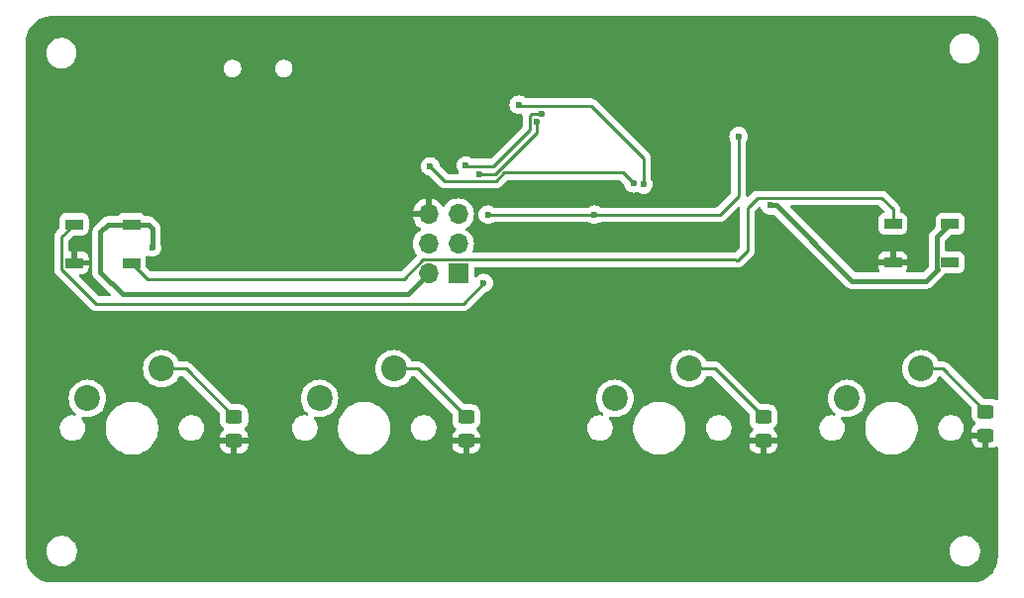
<source format=gbr>
%TF.GenerationSoftware,KiCad,Pcbnew,8.0.6*%
%TF.CreationDate,2025-02-27T22:11:00+05:30*%
%TF.ProjectId,muse-dash-pcb,6d757365-2d64-4617-9368-2d7063622e6b,rev?*%
%TF.SameCoordinates,Original*%
%TF.FileFunction,Copper,L2,Bot*%
%TF.FilePolarity,Positive*%
%FSLAX46Y46*%
G04 Gerber Fmt 4.6, Leading zero omitted, Abs format (unit mm)*
G04 Created by KiCad (PCBNEW 8.0.6) date 2025-02-27 22:11:00*
%MOMM*%
%LPD*%
G01*
G04 APERTURE LIST*
G04 Aperture macros list*
%AMRoundRect*
0 Rectangle with rounded corners*
0 $1 Rounding radius*
0 $2 $3 $4 $5 $6 $7 $8 $9 X,Y pos of 4 corners*
0 Add a 4 corners polygon primitive as box body*
4,1,4,$2,$3,$4,$5,$6,$7,$8,$9,$2,$3,0*
0 Add four circle primitives for the rounded corners*
1,1,$1+$1,$2,$3*
1,1,$1+$1,$4,$5*
1,1,$1+$1,$6,$7*
1,1,$1+$1,$8,$9*
0 Add four rect primitives between the rounded corners*
20,1,$1+$1,$2,$3,$4,$5,0*
20,1,$1+$1,$4,$5,$6,$7,0*
20,1,$1+$1,$6,$7,$8,$9,0*
20,1,$1+$1,$8,$9,$2,$3,0*%
G04 Aperture macros list end*
%TA.AperFunction,ComponentPad*%
%ADD10C,2.200000*%
%TD*%
%TA.AperFunction,ComponentPad*%
%ADD11R,1.700000X1.700000*%
%TD*%
%TA.AperFunction,ComponentPad*%
%ADD12O,1.700000X1.700000*%
%TD*%
%TA.AperFunction,SMDPad,CuDef*%
%ADD13RoundRect,0.090000X0.660000X0.360000X-0.660000X0.360000X-0.660000X-0.360000X0.660000X-0.360000X0*%
%TD*%
%TA.AperFunction,SMDPad,CuDef*%
%ADD14RoundRect,0.250000X0.450000X-0.325000X0.450000X0.325000X-0.450000X0.325000X-0.450000X-0.325000X0*%
%TD*%
%TA.AperFunction,ViaPad*%
%ADD15C,0.600000*%
%TD*%
%TA.AperFunction,Conductor*%
%ADD16C,0.381000*%
%TD*%
%TA.AperFunction,Conductor*%
%ADD17C,0.254000*%
%TD*%
G04 APERTURE END LIST*
D10*
%TO.P,SW1,1*%
%TO.N,Net-(D1-A)*%
X165258750Y-83978750D03*
%TO.P,SW1,2*%
%TO.N,SW1*%
X158908750Y-86518750D03*
%TD*%
D11*
%TO.P,J1,1,MISO*%
%TO.N,MISO*%
X190601600Y-75844400D03*
D12*
%TO.P,J1,2,VCC*%
%TO.N,+5V*%
X188061600Y-75844400D03*
%TO.P,J1,3,SCK*%
%TO.N,SCK*%
X190601600Y-73304400D03*
%TO.P,J1,4,MOSI*%
%TO.N,MOSI*%
X188061600Y-73304400D03*
%TO.P,J1,5,~{RST}*%
%TO.N,RESET*%
X190601600Y-70764400D03*
%TO.P,J1,6,GND*%
%TO.N,GND*%
X188061600Y-70764400D03*
%TD*%
D10*
%TO.P,SW3,1*%
%TO.N,Net-(D3-A)*%
X210343750Y-83978750D03*
%TO.P,SW3,2*%
%TO.N,SW3*%
X203993750Y-86518750D03*
%TD*%
%TO.P,SW4,1*%
%TO.N,Net-(D4-A)*%
X230187500Y-83978750D03*
%TO.P,SW4,2*%
%TO.N,SW4*%
X223837500Y-86518750D03*
%TD*%
%TO.P,SW2,1*%
%TO.N,Net-(D2-A)*%
X185102500Y-83978750D03*
%TO.P,SW2,2*%
%TO.N,SW2*%
X178752500Y-86518750D03*
%TD*%
D13*
%TO.P,D5,1,VDD*%
%TO.N,+5V*%
X162661600Y-71628000D03*
%TO.P,D5,2,DOUT*%
%TO.N,Net-(D5-DOUT)*%
X162661600Y-74928000D03*
%TO.P,D5,3,VSS*%
%TO.N,GND*%
X157761600Y-74928000D03*
%TO.P,D5,4,DIN*%
%TO.N,UNDERGLOW*%
X157761600Y-71628000D03*
%TD*%
%TO.P,D6,1,VDD*%
%TO.N,+5V*%
X232664000Y-71577200D03*
%TO.P,D6,2,DOUT*%
%TO.N,unconnected-(D6-DOUT-Pad2)*%
X232664000Y-74877200D03*
%TO.P,D6,3,VSS*%
%TO.N,GND*%
X227764000Y-74877200D03*
%TO.P,D6,4,DIN*%
%TO.N,Net-(D5-DOUT)*%
X227764000Y-71577200D03*
%TD*%
D14*
%TO.P,D2,1,K*%
%TO.N,GND*%
X191293750Y-90156250D03*
%TO.P,D2,2,A*%
%TO.N,Net-(D2-A)*%
X191293750Y-88106250D03*
%TD*%
%TO.P,D1,1,K*%
%TO.N,GND*%
X171450000Y-90156250D03*
%TO.P,D1,2,A*%
%TO.N,Net-(D1-A)*%
X171450000Y-88106250D03*
%TD*%
%TO.P,D3,1,K*%
%TO.N,GND*%
X216693750Y-90156250D03*
%TO.P,D3,2,A*%
%TO.N,Net-(D3-A)*%
X216693750Y-88106250D03*
%TD*%
%TO.P,D4,1,K*%
%TO.N,GND*%
X235712000Y-89680000D03*
%TO.P,D4,2,A*%
%TO.N,Net-(D4-A)*%
X235712000Y-87630000D03*
%TD*%
D15*
%TO.N,+5V*%
X217271750Y-70002250D03*
X164439600Y-73609200D03*
%TO.N,Net-(U1-XTAL1)*%
X206451200Y-68224400D03*
X195783200Y-61417200D03*
%TO.N,Net-(U1-XTAL2)*%
X188214000Y-66675000D03*
X205587600Y-68122800D03*
%TO.N,Net-(U1-D+)*%
X197358000Y-62865000D03*
X192405000Y-67310000D03*
%TO.N,Net-(U1-D-)*%
X197715003Y-62149075D03*
X191262000Y-66598800D03*
%TO.N,RESET*%
X214579200Y-64109600D03*
X193141600Y-70815200D03*
X202256252Y-70815200D03*
%TO.N,UNDERGLOW*%
X192786000Y-76657200D03*
%TD*%
D16*
%TO.N,+5V*%
X160020000Y-75742800D02*
X160020000Y-72288400D01*
X186293100Y-77612900D02*
X161890100Y-77612900D01*
X224282000Y-76454000D02*
X230632000Y-76454000D01*
X231546400Y-74292776D02*
X231546400Y-72694800D01*
X161890100Y-77612900D02*
X160020000Y-75742800D01*
X160680400Y-71628000D02*
X162661600Y-71628000D01*
X217271750Y-70002250D02*
X217830250Y-70002250D01*
X230632000Y-76454000D02*
X231585388Y-75500612D01*
X164134800Y-71628000D02*
X164490400Y-71983600D01*
X231523500Y-75438724D02*
X231523500Y-74315676D01*
X231523500Y-74315676D02*
X231546400Y-74292776D01*
X164490400Y-71983600D02*
X164490400Y-73558400D01*
X188061600Y-75844400D02*
X186293100Y-77612900D01*
X231546400Y-72694800D02*
X232664000Y-71577200D01*
X162661600Y-71628000D02*
X164134800Y-71628000D01*
X217830250Y-70002250D02*
X224282000Y-76454000D01*
X160020000Y-72288400D02*
X160680400Y-71628000D01*
X231585388Y-75500612D02*
X231523500Y-75438724D01*
X164490400Y-73558400D02*
X164439600Y-73609200D01*
D17*
%TO.N,Net-(U1-XTAL1)*%
X195859500Y-61493500D02*
X195783200Y-61417200D01*
X206451200Y-68224400D02*
X206451200Y-65989200D01*
X201955500Y-61493500D02*
X195859500Y-61493500D01*
X206451200Y-65989200D02*
X201955500Y-61493500D01*
%TO.N,Net-(U1-XTAL2)*%
X194545652Y-67208400D02*
X193817052Y-67937000D01*
X193817052Y-67937000D02*
X189476000Y-67937000D01*
X204673200Y-67208400D02*
X194545652Y-67208400D01*
X189476000Y-67937000D02*
X188214000Y-66675000D01*
X205587600Y-68122800D02*
X204673200Y-67208400D01*
%TO.N,Net-(D1-A)*%
X167322500Y-83978750D02*
X171450000Y-88106250D01*
X165258750Y-83978750D02*
X167322500Y-83978750D01*
%TO.N,Net-(D2-A)*%
X187166250Y-83978750D02*
X191293750Y-88106250D01*
X185102500Y-83978750D02*
X187166250Y-83978750D01*
%TO.N,Net-(D3-A)*%
X212566250Y-83978750D02*
X216693750Y-88106250D01*
X210343750Y-83978750D02*
X212566250Y-83978750D01*
%TO.N,Net-(D4-A)*%
X232060750Y-83978750D02*
X235712000Y-87630000D01*
X230187500Y-83978750D02*
X232060750Y-83978750D01*
%TO.N,Net-(U1-D+)*%
X193802000Y-67310000D02*
X197358000Y-63754000D01*
X197358000Y-63754000D02*
X197358000Y-62865000D01*
X192405000Y-67310000D02*
X193802000Y-67310000D01*
%TO.N,Net-(U1-D-)*%
X196930925Y-62149075D02*
X197715003Y-62149075D01*
X191262000Y-66598800D02*
X191312800Y-66649600D01*
X193636900Y-66649600D02*
X196723000Y-63563500D01*
X196723000Y-62357000D02*
X196930925Y-62149075D01*
X191312800Y-66649600D02*
X193636900Y-66649600D01*
X196723000Y-63563500D02*
X196723000Y-62357000D01*
%TO.N,RESET*%
X212953600Y-70815200D02*
X214579200Y-69189600D01*
X202256252Y-70815200D02*
X193141600Y-70815200D01*
X214579200Y-69189600D02*
X214579200Y-64109600D01*
X202256252Y-70815200D02*
X212953600Y-70815200D01*
%TO.N,UNDERGLOW*%
X159621380Y-78400000D02*
X156684600Y-75463220D01*
X156684600Y-75463220D02*
X156684600Y-72705000D01*
X192786000Y-76657200D02*
X191043200Y-78400000D01*
X191043200Y-78400000D02*
X159621380Y-78400000D01*
X156684600Y-72705000D02*
X157761600Y-71628000D01*
%TO.N,Net-(D5-DOUT)*%
X215341200Y-73863200D02*
X214528400Y-74676000D01*
X187574070Y-74667400D02*
X185939870Y-76301600D01*
X215341200Y-70205600D02*
X215341200Y-73863200D01*
X214367400Y-74667400D02*
X187574070Y-74667400D01*
X164035200Y-76301600D02*
X162661600Y-74928000D01*
X227764000Y-70334800D02*
X226804450Y-69375250D01*
X214528400Y-74676000D02*
X214376000Y-74676000D01*
X216171550Y-69375250D02*
X215341200Y-70205600D01*
X227764000Y-71577200D02*
X227764000Y-70334800D01*
X214376000Y-74676000D02*
X214367400Y-74667400D01*
X185939870Y-76301600D02*
X164035200Y-76301600D01*
X226804450Y-69375250D02*
X216171550Y-69375250D01*
%TD*%
%TA.AperFunction,Conductor*%
%TO.N,GND*%
G36*
X234591844Y-53800724D02*
G01*
X234841802Y-53815847D01*
X234856653Y-53817652D01*
X235099234Y-53862111D01*
X235113760Y-53865690D01*
X235349225Y-53939068D01*
X235363219Y-53944377D01*
X235588105Y-54045593D01*
X235601364Y-54052552D01*
X235812411Y-54180138D01*
X235824734Y-54188644D01*
X236018862Y-54340737D01*
X236030070Y-54350666D01*
X236204461Y-54525059D01*
X236214384Y-54536260D01*
X236366481Y-54730401D01*
X236374982Y-54742717D01*
X236502562Y-54953763D01*
X236509521Y-54967021D01*
X236610740Y-55191922D01*
X236616049Y-55205923D01*
X236689414Y-55441362D01*
X236692998Y-55455901D01*
X236737451Y-55698480D01*
X236739256Y-55713344D01*
X236754419Y-55964005D01*
X236754645Y-55971512D01*
X236749812Y-86563629D01*
X236730117Y-86630665D01*
X236677306Y-86676412D01*
X236608146Y-86686344D01*
X236560716Y-86669148D01*
X236481340Y-86620190D01*
X236481334Y-86620186D01*
X236314797Y-86565001D01*
X236314795Y-86565000D01*
X236212016Y-86554500D01*
X236212009Y-86554500D01*
X235575281Y-86554500D01*
X235508242Y-86534815D01*
X235487600Y-86518181D01*
X232460761Y-83491341D01*
X232460757Y-83491338D01*
X232357989Y-83422670D01*
X232357976Y-83422663D01*
X232324535Y-83408812D01*
X232243785Y-83375364D01*
X232243777Y-83375362D01*
X232122557Y-83351250D01*
X232122553Y-83351250D01*
X231742805Y-83351250D01*
X231675766Y-83331565D01*
X231630011Y-83278761D01*
X231628244Y-83274703D01*
X231617966Y-83249890D01*
X231486339Y-83035096D01*
X231486338Y-83035093D01*
X231449375Y-82991816D01*
X231322724Y-82843526D01*
X231196071Y-82735354D01*
X231131156Y-82679911D01*
X231131153Y-82679910D01*
X230916359Y-82548283D01*
X230683610Y-82451876D01*
X230438651Y-82393067D01*
X230187500Y-82373301D01*
X229936348Y-82393067D01*
X229691389Y-82451876D01*
X229458640Y-82548283D01*
X229243846Y-82679910D01*
X229243843Y-82679911D01*
X229052276Y-82843526D01*
X228888661Y-83035093D01*
X228888660Y-83035096D01*
X228757033Y-83249890D01*
X228660626Y-83482639D01*
X228601817Y-83727598D01*
X228582051Y-83978750D01*
X228601817Y-84229901D01*
X228660626Y-84474860D01*
X228757033Y-84707609D01*
X228888660Y-84922403D01*
X228888661Y-84922406D01*
X228944104Y-84987321D01*
X229052276Y-85113974D01*
X229176311Y-85219910D01*
X229243843Y-85277588D01*
X229243846Y-85277589D01*
X229458640Y-85409216D01*
X229691389Y-85505623D01*
X229936352Y-85564433D01*
X230187500Y-85584199D01*
X230438648Y-85564433D01*
X230683611Y-85505623D01*
X230916359Y-85409216D01*
X231131159Y-85277586D01*
X231322724Y-85113974D01*
X231486336Y-84922409D01*
X231617966Y-84707609D01*
X231628244Y-84682797D01*
X231672085Y-84628393D01*
X231738380Y-84606329D01*
X231742805Y-84606250D01*
X231749469Y-84606250D01*
X231816508Y-84625935D01*
X231837150Y-84642569D01*
X234475181Y-87280600D01*
X234508666Y-87341923D01*
X234511500Y-87368281D01*
X234511500Y-88005001D01*
X234511501Y-88005019D01*
X234522000Y-88107796D01*
X234522001Y-88107799D01*
X234558961Y-88219336D01*
X234577186Y-88274334D01*
X234669288Y-88423656D01*
X234793344Y-88547712D01*
X234796628Y-88549737D01*
X234796653Y-88549753D01*
X234798445Y-88551746D01*
X234799011Y-88552193D01*
X234798934Y-88552289D01*
X234843379Y-88601699D01*
X234854603Y-88670661D01*
X234826761Y-88734744D01*
X234796665Y-88760826D01*
X234793660Y-88762679D01*
X234793655Y-88762683D01*
X234669684Y-88886654D01*
X234577643Y-89035875D01*
X234577641Y-89035880D01*
X234522494Y-89202302D01*
X234522493Y-89202309D01*
X234512000Y-89305013D01*
X234512000Y-89430000D01*
X235838000Y-89430000D01*
X235905039Y-89449685D01*
X235950794Y-89502489D01*
X235962000Y-89554000D01*
X235962000Y-90754999D01*
X236211972Y-90754999D01*
X236211986Y-90754998D01*
X236314697Y-90744505D01*
X236481119Y-90689358D01*
X236481126Y-90689355D01*
X236560053Y-90640672D01*
X236627446Y-90622231D01*
X236694109Y-90643153D01*
X236738879Y-90696795D01*
X236749151Y-90746230D01*
X236747686Y-100021773D01*
X236747675Y-100021943D01*
X236747675Y-100091194D01*
X236747424Y-100099076D01*
X236730800Y-100360007D01*
X236728800Y-100375641D01*
X236679961Y-100628470D01*
X236675994Y-100643726D01*
X236595471Y-100888325D01*
X236589600Y-100902954D01*
X236478701Y-101135354D01*
X236471022Y-101149120D01*
X236331534Y-101365577D01*
X236322171Y-101378257D01*
X236156352Y-101575269D01*
X236145456Y-101586659D01*
X235955979Y-101761045D01*
X235943725Y-101770961D01*
X235733661Y-101919897D01*
X235720250Y-101928178D01*
X235492991Y-102049262D01*
X235478636Y-102055775D01*
X235237845Y-102147052D01*
X235222781Y-102151691D01*
X234972362Y-102211683D01*
X234956830Y-102214374D01*
X234728432Y-102239120D01*
X234722456Y-102239768D01*
X234703895Y-102241779D01*
X234690538Y-102242500D01*
X156021901Y-102242500D01*
X155996025Y-102239769D01*
X155996020Y-102239768D01*
X155946282Y-102242335D01*
X155939893Y-102242500D01*
X155882006Y-102242500D01*
X155882006Y-102242478D01*
X155879728Y-102242615D01*
X155669728Y-102240336D01*
X155654305Y-102239204D01*
X155403872Y-102205023D01*
X155388710Y-102201980D01*
X155144487Y-102136895D01*
X155129822Y-102131989D01*
X154895590Y-102037009D01*
X154881649Y-102030316D01*
X154661059Y-101906919D01*
X154648069Y-101898548D01*
X154444547Y-101748647D01*
X154432694Y-101738719D01*
X154272584Y-101586659D01*
X154249422Y-101564661D01*
X154238898Y-101553336D01*
X154186990Y-101489978D01*
X154078718Y-101357822D01*
X154069685Y-101345276D01*
X153937609Y-101135354D01*
X153935081Y-101131334D01*
X153927684Y-101117770D01*
X153820751Y-100888728D01*
X153815103Y-100874352D01*
X153737512Y-100633787D01*
X153733696Y-100618816D01*
X153686654Y-100370478D01*
X153684729Y-100355139D01*
X153668810Y-100100423D01*
X153668570Y-100092748D01*
X153668570Y-100029245D01*
X153668570Y-100021380D01*
X153668528Y-100020755D01*
X153668210Y-99465648D01*
X155417500Y-99465648D01*
X155417500Y-99670351D01*
X155449522Y-99872534D01*
X155512781Y-100067223D01*
X155605715Y-100249613D01*
X155726028Y-100415213D01*
X155870786Y-100559971D01*
X156025749Y-100672556D01*
X156036390Y-100680287D01*
X156152607Y-100739503D01*
X156218776Y-100773218D01*
X156218778Y-100773218D01*
X156218781Y-100773220D01*
X156323137Y-100807127D01*
X156413465Y-100836477D01*
X156514557Y-100852488D01*
X156615648Y-100868500D01*
X156615649Y-100868500D01*
X156820351Y-100868500D01*
X156820352Y-100868500D01*
X157022534Y-100836477D01*
X157217219Y-100773220D01*
X157399610Y-100680287D01*
X157503229Y-100605004D01*
X157565213Y-100559971D01*
X157565215Y-100559968D01*
X157565219Y-100559966D01*
X157709966Y-100415219D01*
X157709968Y-100415215D01*
X157709971Y-100415213D01*
X157762732Y-100342590D01*
X157830287Y-100249610D01*
X157923220Y-100067219D01*
X157986477Y-99872534D01*
X158018500Y-99670352D01*
X158018500Y-99465648D01*
X232633500Y-99465648D01*
X232633500Y-99670351D01*
X232665522Y-99872534D01*
X232728781Y-100067223D01*
X232821715Y-100249613D01*
X232942028Y-100415213D01*
X233086786Y-100559971D01*
X233241749Y-100672556D01*
X233252390Y-100680287D01*
X233368607Y-100739503D01*
X233434776Y-100773218D01*
X233434778Y-100773218D01*
X233434781Y-100773220D01*
X233539137Y-100807127D01*
X233629465Y-100836477D01*
X233730557Y-100852488D01*
X233831648Y-100868500D01*
X233831649Y-100868500D01*
X234036351Y-100868500D01*
X234036352Y-100868500D01*
X234238534Y-100836477D01*
X234433219Y-100773220D01*
X234615610Y-100680287D01*
X234719229Y-100605004D01*
X234781213Y-100559971D01*
X234781215Y-100559968D01*
X234781219Y-100559966D01*
X234925966Y-100415219D01*
X234925968Y-100415215D01*
X234925971Y-100415213D01*
X234978732Y-100342590D01*
X235046287Y-100249610D01*
X235139220Y-100067219D01*
X235202477Y-99872534D01*
X235234500Y-99670352D01*
X235234500Y-99465648D01*
X235202477Y-99263466D01*
X235139220Y-99068781D01*
X235139218Y-99068778D01*
X235139218Y-99068776D01*
X235105503Y-99002607D01*
X235046287Y-98886390D01*
X235038556Y-98875749D01*
X234925971Y-98720786D01*
X234781213Y-98576028D01*
X234615613Y-98455715D01*
X234615612Y-98455714D01*
X234615610Y-98455713D01*
X234558653Y-98426691D01*
X234433223Y-98362781D01*
X234238534Y-98299522D01*
X234063995Y-98271878D01*
X234036352Y-98267500D01*
X233831648Y-98267500D01*
X233807329Y-98271351D01*
X233629465Y-98299522D01*
X233434776Y-98362781D01*
X233252386Y-98455715D01*
X233086786Y-98576028D01*
X232942028Y-98720786D01*
X232821715Y-98886386D01*
X232728781Y-99068776D01*
X232665522Y-99263465D01*
X232633500Y-99465648D01*
X158018500Y-99465648D01*
X157986477Y-99263466D01*
X157923220Y-99068781D01*
X157923218Y-99068778D01*
X157923218Y-99068776D01*
X157889503Y-99002607D01*
X157830287Y-98886390D01*
X157822556Y-98875749D01*
X157709971Y-98720786D01*
X157565213Y-98576028D01*
X157399613Y-98455715D01*
X157399612Y-98455714D01*
X157399610Y-98455713D01*
X157342653Y-98426691D01*
X157217223Y-98362781D01*
X157022534Y-98299522D01*
X156847995Y-98271878D01*
X156820352Y-98267500D01*
X156615648Y-98267500D01*
X156591329Y-98271351D01*
X156413465Y-98299522D01*
X156218776Y-98362781D01*
X156036386Y-98455715D01*
X155870786Y-98576028D01*
X155726028Y-98720786D01*
X155605715Y-98886386D01*
X155512781Y-99068776D01*
X155449522Y-99263465D01*
X155417500Y-99465648D01*
X153668210Y-99465648D01*
X153667879Y-98886390D01*
X153662211Y-88972139D01*
X156538250Y-88972139D01*
X156538250Y-89145361D01*
X156565348Y-89316451D01*
X156618877Y-89481195D01*
X156697518Y-89635538D01*
X156799336Y-89775678D01*
X156921822Y-89898164D01*
X157061962Y-89999982D01*
X157216305Y-90078623D01*
X157381049Y-90132152D01*
X157552139Y-90159250D01*
X157552140Y-90159250D01*
X157725360Y-90159250D01*
X157725361Y-90159250D01*
X157896451Y-90132152D01*
X158061195Y-90078623D01*
X158215538Y-89999982D01*
X158355678Y-89898164D01*
X158478164Y-89775678D01*
X158579982Y-89635538D01*
X158658623Y-89481195D01*
X158712152Y-89316451D01*
X158739250Y-89145361D01*
X158739250Y-88972139D01*
X158729604Y-88911236D01*
X160468250Y-88911236D01*
X160468250Y-89206263D01*
X160488873Y-89362904D01*
X160506757Y-89498743D01*
X160583111Y-89783701D01*
X160583114Y-89783711D01*
X160696004Y-90056250D01*
X160696008Y-90056260D01*
X160843511Y-90311743D01*
X161023102Y-90545790D01*
X161023108Y-90545797D01*
X161231702Y-90754391D01*
X161231709Y-90754397D01*
X161465756Y-90933988D01*
X161721239Y-91081491D01*
X161721240Y-91081491D01*
X161721243Y-91081493D01*
X161993798Y-91194389D01*
X162278757Y-91270743D01*
X162571244Y-91309250D01*
X162571251Y-91309250D01*
X162866249Y-91309250D01*
X162866256Y-91309250D01*
X163158743Y-91270743D01*
X163443702Y-91194389D01*
X163716257Y-91081493D01*
X163971744Y-90933988D01*
X164205792Y-90754396D01*
X164414396Y-90545792D01*
X164425565Y-90531236D01*
X170250001Y-90531236D01*
X170260494Y-90633947D01*
X170315641Y-90800369D01*
X170315643Y-90800374D01*
X170407684Y-90949595D01*
X170531654Y-91073565D01*
X170680875Y-91165606D01*
X170680880Y-91165608D01*
X170847302Y-91220755D01*
X170847309Y-91220756D01*
X170950019Y-91231249D01*
X171199999Y-91231249D01*
X171700000Y-91231249D01*
X171949972Y-91231249D01*
X171949986Y-91231248D01*
X172052697Y-91220755D01*
X172219119Y-91165608D01*
X172219124Y-91165606D01*
X172368345Y-91073565D01*
X172492315Y-90949595D01*
X172584356Y-90800374D01*
X172584358Y-90800369D01*
X172639505Y-90633947D01*
X172639506Y-90633940D01*
X172649999Y-90531236D01*
X172650000Y-90531223D01*
X172650000Y-90406250D01*
X171700000Y-90406250D01*
X171700000Y-91231249D01*
X171199999Y-91231249D01*
X171200000Y-91231248D01*
X171200000Y-90406250D01*
X170250001Y-90406250D01*
X170250001Y-90531236D01*
X164425565Y-90531236D01*
X164593988Y-90311744D01*
X164741493Y-90056257D01*
X164854389Y-89783702D01*
X164930743Y-89498743D01*
X164969250Y-89206256D01*
X164969250Y-88972139D01*
X166698250Y-88972139D01*
X166698250Y-89145361D01*
X166725348Y-89316451D01*
X166778877Y-89481195D01*
X166857518Y-89635538D01*
X166959336Y-89775678D01*
X167081822Y-89898164D01*
X167221962Y-89999982D01*
X167376305Y-90078623D01*
X167541049Y-90132152D01*
X167712139Y-90159250D01*
X167712140Y-90159250D01*
X167885360Y-90159250D01*
X167885361Y-90159250D01*
X168056451Y-90132152D01*
X168221195Y-90078623D01*
X168375538Y-89999982D01*
X168515678Y-89898164D01*
X168638164Y-89775678D01*
X168739982Y-89635538D01*
X168818623Y-89481195D01*
X168872152Y-89316451D01*
X168899250Y-89145361D01*
X168899250Y-88972139D01*
X168872152Y-88801049D01*
X168818623Y-88636305D01*
X168739982Y-88481962D01*
X168638164Y-88341822D01*
X168515678Y-88219336D01*
X168375538Y-88117518D01*
X168221195Y-88038877D01*
X168056451Y-87985348D01*
X168056449Y-87985347D01*
X168056448Y-87985347D01*
X167925021Y-87964531D01*
X167885361Y-87958250D01*
X167712139Y-87958250D01*
X167672478Y-87964531D01*
X167541052Y-87985347D01*
X167376302Y-88038878D01*
X167221961Y-88117518D01*
X167142006Y-88175609D01*
X167081822Y-88219336D01*
X167081820Y-88219338D01*
X167081819Y-88219338D01*
X166959338Y-88341819D01*
X166959338Y-88341820D01*
X166959336Y-88341822D01*
X166915609Y-88402006D01*
X166857518Y-88481961D01*
X166778878Y-88636302D01*
X166725347Y-88801052D01*
X166709690Y-88899907D01*
X166698250Y-88972139D01*
X164969250Y-88972139D01*
X164969250Y-88911244D01*
X164930743Y-88618757D01*
X164854389Y-88333798D01*
X164741493Y-88061243D01*
X164676814Y-87949216D01*
X164593988Y-87805756D01*
X164414397Y-87571709D01*
X164414391Y-87571702D01*
X164205797Y-87363108D01*
X164205790Y-87363102D01*
X163971743Y-87183511D01*
X163716260Y-87036008D01*
X163716250Y-87036004D01*
X163443711Y-86923114D01*
X163443704Y-86923112D01*
X163443702Y-86923111D01*
X163158743Y-86846757D01*
X163109863Y-86840321D01*
X162866263Y-86808250D01*
X162866256Y-86808250D01*
X162571244Y-86808250D01*
X162571236Y-86808250D01*
X162292835Y-86844903D01*
X162278757Y-86846757D01*
X161993798Y-86923111D01*
X161993788Y-86923114D01*
X161721249Y-87036004D01*
X161721239Y-87036008D01*
X161465756Y-87183511D01*
X161231709Y-87363102D01*
X161231702Y-87363108D01*
X161023108Y-87571702D01*
X161023102Y-87571709D01*
X160843511Y-87805756D01*
X160696008Y-88061239D01*
X160696004Y-88061249D01*
X160583114Y-88333788D01*
X160583111Y-88333798D01*
X160516058Y-88584047D01*
X160506758Y-88618754D01*
X160506756Y-88618765D01*
X160468250Y-88911236D01*
X158729604Y-88911236D01*
X158712152Y-88801049D01*
X158658623Y-88636305D01*
X158579982Y-88481962D01*
X158478164Y-88341822D01*
X158419982Y-88283640D01*
X158386497Y-88222317D01*
X158391481Y-88152625D01*
X158433353Y-88096692D01*
X158498817Y-88072275D01*
X158536606Y-88075384D01*
X158657602Y-88104433D01*
X158908750Y-88124199D01*
X159159898Y-88104433D01*
X159404861Y-88045623D01*
X159637609Y-87949216D01*
X159852409Y-87817586D01*
X160043974Y-87653974D01*
X160207586Y-87462409D01*
X160339216Y-87247609D01*
X160435623Y-87014861D01*
X160494433Y-86769898D01*
X160514199Y-86518750D01*
X160494433Y-86267602D01*
X160435623Y-86022639D01*
X160339216Y-85789891D01*
X160339216Y-85789890D01*
X160207589Y-85575096D01*
X160207588Y-85575093D01*
X160065915Y-85409216D01*
X160043974Y-85383526D01*
X159917321Y-85275354D01*
X159852406Y-85219911D01*
X159852403Y-85219910D01*
X159637609Y-85088283D01*
X159404860Y-84991876D01*
X159159901Y-84933067D01*
X158908750Y-84913301D01*
X158657598Y-84933067D01*
X158412639Y-84991876D01*
X158179890Y-85088283D01*
X157965096Y-85219910D01*
X157965093Y-85219911D01*
X157773526Y-85383526D01*
X157609911Y-85575093D01*
X157609910Y-85575096D01*
X157478283Y-85789890D01*
X157381876Y-86022639D01*
X157323067Y-86267598D01*
X157303301Y-86518750D01*
X157323067Y-86769901D01*
X157381876Y-87014860D01*
X157478283Y-87247609D01*
X157609910Y-87462403D01*
X157609911Y-87462406D01*
X157609914Y-87462409D01*
X157773526Y-87653974D01*
X157887533Y-87751345D01*
X157925726Y-87809852D01*
X157926224Y-87879720D01*
X157888871Y-87938766D01*
X157825524Y-87968244D01*
X157787604Y-87968108D01*
X157725361Y-87958250D01*
X157552139Y-87958250D01*
X157512478Y-87964531D01*
X157381052Y-87985347D01*
X157216302Y-88038878D01*
X157061961Y-88117518D01*
X156982006Y-88175609D01*
X156921822Y-88219336D01*
X156921820Y-88219338D01*
X156921819Y-88219338D01*
X156799338Y-88341819D01*
X156799338Y-88341820D01*
X156799336Y-88341822D01*
X156755609Y-88402006D01*
X156697518Y-88481961D01*
X156618878Y-88636302D01*
X156565347Y-88801052D01*
X156549690Y-88899907D01*
X156538250Y-88972139D01*
X153662211Y-88972139D01*
X153659356Y-83978750D01*
X163653301Y-83978750D01*
X163673067Y-84229901D01*
X163731876Y-84474860D01*
X163828283Y-84707609D01*
X163959910Y-84922403D01*
X163959911Y-84922406D01*
X164015354Y-84987321D01*
X164123526Y-85113974D01*
X164247561Y-85219910D01*
X164315093Y-85277588D01*
X164315096Y-85277589D01*
X164529890Y-85409216D01*
X164762639Y-85505623D01*
X165007602Y-85564433D01*
X165258750Y-85584199D01*
X165509898Y-85564433D01*
X165754861Y-85505623D01*
X165987609Y-85409216D01*
X166202409Y-85277586D01*
X166393974Y-85113974D01*
X166557586Y-84922409D01*
X166689216Y-84707609D01*
X166699494Y-84682797D01*
X166743335Y-84628393D01*
X166809630Y-84606329D01*
X166814055Y-84606250D01*
X167011219Y-84606250D01*
X167078258Y-84625935D01*
X167098900Y-84642569D01*
X170213181Y-87756850D01*
X170246666Y-87818173D01*
X170249500Y-87844531D01*
X170249500Y-88481251D01*
X170249501Y-88481269D01*
X170260000Y-88584046D01*
X170260001Y-88584049D01*
X170315185Y-88750581D01*
X170315187Y-88750586D01*
X170346313Y-88801049D01*
X170407288Y-88899906D01*
X170531344Y-89023962D01*
X170534628Y-89025987D01*
X170534653Y-89026003D01*
X170536445Y-89027996D01*
X170537011Y-89028443D01*
X170536934Y-89028539D01*
X170581379Y-89077949D01*
X170592603Y-89146911D01*
X170564761Y-89210994D01*
X170534665Y-89237076D01*
X170531660Y-89238929D01*
X170531655Y-89238933D01*
X170407684Y-89362904D01*
X170315643Y-89512125D01*
X170315641Y-89512130D01*
X170260494Y-89678552D01*
X170260493Y-89678559D01*
X170250000Y-89781263D01*
X170250000Y-89906250D01*
X172649999Y-89906250D01*
X172649999Y-89781278D01*
X172649998Y-89781263D01*
X172639505Y-89678552D01*
X172584358Y-89512130D01*
X172584356Y-89512125D01*
X172492315Y-89362904D01*
X172368344Y-89238933D01*
X172368341Y-89238931D01*
X172365339Y-89237079D01*
X172363713Y-89235271D01*
X172362677Y-89234452D01*
X172362817Y-89234274D01*
X172318617Y-89185130D01*
X172307397Y-89116167D01*
X172335243Y-89052086D01*
X172365344Y-89026004D01*
X172368656Y-89023962D01*
X172420479Y-88972139D01*
X176382000Y-88972139D01*
X176382000Y-89145361D01*
X176409098Y-89316451D01*
X176462627Y-89481195D01*
X176541268Y-89635538D01*
X176643086Y-89775678D01*
X176765572Y-89898164D01*
X176905712Y-89999982D01*
X177060055Y-90078623D01*
X177224799Y-90132152D01*
X177395889Y-90159250D01*
X177395890Y-90159250D01*
X177569110Y-90159250D01*
X177569111Y-90159250D01*
X177740201Y-90132152D01*
X177904945Y-90078623D01*
X178059288Y-89999982D01*
X178199428Y-89898164D01*
X178321914Y-89775678D01*
X178423732Y-89635538D01*
X178502373Y-89481195D01*
X178555902Y-89316451D01*
X178583000Y-89145361D01*
X178583000Y-88972139D01*
X178573354Y-88911236D01*
X180312000Y-88911236D01*
X180312000Y-89206263D01*
X180332623Y-89362904D01*
X180350507Y-89498743D01*
X180426861Y-89783701D01*
X180426864Y-89783711D01*
X180539754Y-90056250D01*
X180539758Y-90056260D01*
X180687261Y-90311743D01*
X180866852Y-90545790D01*
X180866858Y-90545797D01*
X181075452Y-90754391D01*
X181075459Y-90754397D01*
X181309506Y-90933988D01*
X181564989Y-91081491D01*
X181564990Y-91081491D01*
X181564993Y-91081493D01*
X181837548Y-91194389D01*
X182122507Y-91270743D01*
X182414994Y-91309250D01*
X182415001Y-91309250D01*
X182709999Y-91309250D01*
X182710006Y-91309250D01*
X183002493Y-91270743D01*
X183287452Y-91194389D01*
X183560007Y-91081493D01*
X183815494Y-90933988D01*
X184049542Y-90754396D01*
X184258146Y-90545792D01*
X184269315Y-90531236D01*
X190093751Y-90531236D01*
X190104244Y-90633947D01*
X190159391Y-90800369D01*
X190159393Y-90800374D01*
X190251434Y-90949595D01*
X190375404Y-91073565D01*
X190524625Y-91165606D01*
X190524630Y-91165608D01*
X190691052Y-91220755D01*
X190691059Y-91220756D01*
X190793769Y-91231249D01*
X191043749Y-91231249D01*
X191543750Y-91231249D01*
X191793722Y-91231249D01*
X191793736Y-91231248D01*
X191896447Y-91220755D01*
X192062869Y-91165608D01*
X192062874Y-91165606D01*
X192212095Y-91073565D01*
X192336065Y-90949595D01*
X192428106Y-90800374D01*
X192428108Y-90800369D01*
X192483255Y-90633947D01*
X192483256Y-90633940D01*
X192493749Y-90531236D01*
X192493750Y-90531223D01*
X192493750Y-90406250D01*
X191543750Y-90406250D01*
X191543750Y-91231249D01*
X191043749Y-91231249D01*
X191043750Y-91231248D01*
X191043750Y-90406250D01*
X190093751Y-90406250D01*
X190093751Y-90531236D01*
X184269315Y-90531236D01*
X184437738Y-90311744D01*
X184585243Y-90056257D01*
X184698139Y-89783702D01*
X184774493Y-89498743D01*
X184813000Y-89206256D01*
X184813000Y-88972139D01*
X186542000Y-88972139D01*
X186542000Y-89145361D01*
X186569098Y-89316451D01*
X186622627Y-89481195D01*
X186701268Y-89635538D01*
X186803086Y-89775678D01*
X186925572Y-89898164D01*
X187065712Y-89999982D01*
X187220055Y-90078623D01*
X187384799Y-90132152D01*
X187555889Y-90159250D01*
X187555890Y-90159250D01*
X187729110Y-90159250D01*
X187729111Y-90159250D01*
X187900201Y-90132152D01*
X188064945Y-90078623D01*
X188219288Y-89999982D01*
X188359428Y-89898164D01*
X188481914Y-89775678D01*
X188583732Y-89635538D01*
X188662373Y-89481195D01*
X188715902Y-89316451D01*
X188743000Y-89145361D01*
X188743000Y-88972139D01*
X188715902Y-88801049D01*
X188662373Y-88636305D01*
X188583732Y-88481962D01*
X188481914Y-88341822D01*
X188359428Y-88219336D01*
X188219288Y-88117518D01*
X188064945Y-88038877D01*
X187900201Y-87985348D01*
X187900199Y-87985347D01*
X187900198Y-87985347D01*
X187768771Y-87964531D01*
X187729111Y-87958250D01*
X187555889Y-87958250D01*
X187516228Y-87964531D01*
X187384802Y-87985347D01*
X187220052Y-88038878D01*
X187065711Y-88117518D01*
X186985756Y-88175609D01*
X186925572Y-88219336D01*
X186925570Y-88219338D01*
X186925569Y-88219338D01*
X186803088Y-88341819D01*
X186803088Y-88341820D01*
X186803086Y-88341822D01*
X186759359Y-88402006D01*
X186701268Y-88481961D01*
X186622628Y-88636302D01*
X186569097Y-88801052D01*
X186553440Y-88899907D01*
X186542000Y-88972139D01*
X184813000Y-88972139D01*
X184813000Y-88911244D01*
X184774493Y-88618757D01*
X184698139Y-88333798D01*
X184585243Y-88061243D01*
X184520564Y-87949216D01*
X184437738Y-87805756D01*
X184258147Y-87571709D01*
X184258141Y-87571702D01*
X184049547Y-87363108D01*
X184049540Y-87363102D01*
X183815493Y-87183511D01*
X183560010Y-87036008D01*
X183560000Y-87036004D01*
X183287461Y-86923114D01*
X183287454Y-86923112D01*
X183287452Y-86923111D01*
X183002493Y-86846757D01*
X182953613Y-86840321D01*
X182710013Y-86808250D01*
X182710006Y-86808250D01*
X182414994Y-86808250D01*
X182414986Y-86808250D01*
X182136585Y-86844903D01*
X182122507Y-86846757D01*
X181837548Y-86923111D01*
X181837538Y-86923114D01*
X181564999Y-87036004D01*
X181564989Y-87036008D01*
X181309506Y-87183511D01*
X181075459Y-87363102D01*
X181075452Y-87363108D01*
X180866858Y-87571702D01*
X180866852Y-87571709D01*
X180687261Y-87805756D01*
X180539758Y-88061239D01*
X180539754Y-88061249D01*
X180426864Y-88333788D01*
X180426861Y-88333798D01*
X180359808Y-88584047D01*
X180350508Y-88618754D01*
X180350506Y-88618765D01*
X180312000Y-88911236D01*
X178573354Y-88911236D01*
X178555902Y-88801049D01*
X178502373Y-88636305D01*
X178423732Y-88481962D01*
X178321914Y-88341822D01*
X178263732Y-88283640D01*
X178230247Y-88222317D01*
X178235231Y-88152625D01*
X178277103Y-88096692D01*
X178342567Y-88072275D01*
X178380356Y-88075384D01*
X178501352Y-88104433D01*
X178752500Y-88124199D01*
X179003648Y-88104433D01*
X179248611Y-88045623D01*
X179481359Y-87949216D01*
X179696159Y-87817586D01*
X179887724Y-87653974D01*
X180051336Y-87462409D01*
X180182966Y-87247609D01*
X180279373Y-87014861D01*
X180338183Y-86769898D01*
X180357949Y-86518750D01*
X180338183Y-86267602D01*
X180279373Y-86022639D01*
X180182966Y-85789891D01*
X180182966Y-85789890D01*
X180051339Y-85575096D01*
X180051338Y-85575093D01*
X179909665Y-85409216D01*
X179887724Y-85383526D01*
X179761071Y-85275354D01*
X179696156Y-85219911D01*
X179696153Y-85219910D01*
X179481359Y-85088283D01*
X179248610Y-84991876D01*
X179003651Y-84933067D01*
X178752500Y-84913301D01*
X178501348Y-84933067D01*
X178256389Y-84991876D01*
X178023640Y-85088283D01*
X177808846Y-85219910D01*
X177808843Y-85219911D01*
X177617276Y-85383526D01*
X177453661Y-85575093D01*
X177453660Y-85575096D01*
X177322033Y-85789890D01*
X177225626Y-86022639D01*
X177166817Y-86267598D01*
X177147051Y-86518750D01*
X177166817Y-86769901D01*
X177225626Y-87014860D01*
X177322033Y-87247609D01*
X177453660Y-87462403D01*
X177453661Y-87462406D01*
X177453664Y-87462409D01*
X177617276Y-87653974D01*
X177731283Y-87751345D01*
X177769476Y-87809852D01*
X177769974Y-87879720D01*
X177732621Y-87938766D01*
X177669274Y-87968244D01*
X177631354Y-87968108D01*
X177569111Y-87958250D01*
X177395889Y-87958250D01*
X177356228Y-87964531D01*
X177224802Y-87985347D01*
X177060052Y-88038878D01*
X176905711Y-88117518D01*
X176825756Y-88175609D01*
X176765572Y-88219336D01*
X176765570Y-88219338D01*
X176765569Y-88219338D01*
X176643088Y-88341819D01*
X176643088Y-88341820D01*
X176643086Y-88341822D01*
X176599359Y-88402006D01*
X176541268Y-88481961D01*
X176462628Y-88636302D01*
X176409097Y-88801052D01*
X176393440Y-88899907D01*
X176382000Y-88972139D01*
X172420479Y-88972139D01*
X172492712Y-88899906D01*
X172584814Y-88750584D01*
X172639999Y-88584047D01*
X172650500Y-88481259D01*
X172650499Y-87731242D01*
X172639999Y-87628453D01*
X172584814Y-87461916D01*
X172492712Y-87312594D01*
X172368656Y-87188538D01*
X172219334Y-87096436D01*
X172052797Y-87041251D01*
X172052795Y-87041250D01*
X171950016Y-87030750D01*
X171950009Y-87030750D01*
X171313281Y-87030750D01*
X171246242Y-87011065D01*
X171225600Y-86994431D01*
X168209920Y-83978750D01*
X183497051Y-83978750D01*
X183516817Y-84229901D01*
X183575626Y-84474860D01*
X183672033Y-84707609D01*
X183803660Y-84922403D01*
X183803661Y-84922406D01*
X183859104Y-84987321D01*
X183967276Y-85113974D01*
X184091311Y-85219910D01*
X184158843Y-85277588D01*
X184158846Y-85277589D01*
X184373640Y-85409216D01*
X184606389Y-85505623D01*
X184851352Y-85564433D01*
X185102500Y-85584199D01*
X185353648Y-85564433D01*
X185598611Y-85505623D01*
X185831359Y-85409216D01*
X186046159Y-85277586D01*
X186237724Y-85113974D01*
X186401336Y-84922409D01*
X186532966Y-84707609D01*
X186543244Y-84682797D01*
X186587085Y-84628393D01*
X186653380Y-84606329D01*
X186657805Y-84606250D01*
X186854969Y-84606250D01*
X186922008Y-84625935D01*
X186942650Y-84642569D01*
X190056931Y-87756850D01*
X190090416Y-87818173D01*
X190093250Y-87844531D01*
X190093250Y-88481251D01*
X190093251Y-88481269D01*
X190103750Y-88584046D01*
X190103751Y-88584049D01*
X190158935Y-88750581D01*
X190158937Y-88750586D01*
X190190063Y-88801049D01*
X190251038Y-88899906D01*
X190375094Y-89023962D01*
X190378378Y-89025987D01*
X190378403Y-89026003D01*
X190380195Y-89027996D01*
X190380761Y-89028443D01*
X190380684Y-89028539D01*
X190425129Y-89077949D01*
X190436353Y-89146911D01*
X190408511Y-89210994D01*
X190378415Y-89237076D01*
X190375410Y-89238929D01*
X190375405Y-89238933D01*
X190251434Y-89362904D01*
X190159393Y-89512125D01*
X190159391Y-89512130D01*
X190104244Y-89678552D01*
X190104243Y-89678559D01*
X190093750Y-89781263D01*
X190093750Y-89906250D01*
X192493749Y-89906250D01*
X192493749Y-89781278D01*
X192493748Y-89781263D01*
X192483255Y-89678552D01*
X192428108Y-89512130D01*
X192428106Y-89512125D01*
X192336065Y-89362904D01*
X192212094Y-89238933D01*
X192212091Y-89238931D01*
X192209089Y-89237079D01*
X192207463Y-89235271D01*
X192206427Y-89234452D01*
X192206567Y-89234274D01*
X192162367Y-89185130D01*
X192151147Y-89116167D01*
X192178993Y-89052086D01*
X192209094Y-89026004D01*
X192212406Y-89023962D01*
X192264229Y-88972139D01*
X201623250Y-88972139D01*
X201623250Y-89145361D01*
X201650348Y-89316451D01*
X201703877Y-89481195D01*
X201782518Y-89635538D01*
X201884336Y-89775678D01*
X202006822Y-89898164D01*
X202146962Y-89999982D01*
X202301305Y-90078623D01*
X202466049Y-90132152D01*
X202637139Y-90159250D01*
X202637140Y-90159250D01*
X202810360Y-90159250D01*
X202810361Y-90159250D01*
X202981451Y-90132152D01*
X203146195Y-90078623D01*
X203300538Y-89999982D01*
X203440678Y-89898164D01*
X203563164Y-89775678D01*
X203664982Y-89635538D01*
X203743623Y-89481195D01*
X203797152Y-89316451D01*
X203824250Y-89145361D01*
X203824250Y-88972139D01*
X203814604Y-88911236D01*
X205553250Y-88911236D01*
X205553250Y-89206263D01*
X205573873Y-89362904D01*
X205591757Y-89498743D01*
X205668111Y-89783701D01*
X205668114Y-89783711D01*
X205781004Y-90056250D01*
X205781008Y-90056260D01*
X205928511Y-90311743D01*
X206108102Y-90545790D01*
X206108108Y-90545797D01*
X206316702Y-90754391D01*
X206316709Y-90754397D01*
X206550756Y-90933988D01*
X206806239Y-91081491D01*
X206806240Y-91081491D01*
X206806243Y-91081493D01*
X207078798Y-91194389D01*
X207363757Y-91270743D01*
X207656244Y-91309250D01*
X207656251Y-91309250D01*
X207951249Y-91309250D01*
X207951256Y-91309250D01*
X208243743Y-91270743D01*
X208528702Y-91194389D01*
X208801257Y-91081493D01*
X209056744Y-90933988D01*
X209290792Y-90754396D01*
X209499396Y-90545792D01*
X209510565Y-90531236D01*
X215493751Y-90531236D01*
X215504244Y-90633947D01*
X215559391Y-90800369D01*
X215559393Y-90800374D01*
X215651434Y-90949595D01*
X215775404Y-91073565D01*
X215924625Y-91165606D01*
X215924630Y-91165608D01*
X216091052Y-91220755D01*
X216091059Y-91220756D01*
X216193769Y-91231249D01*
X216443749Y-91231249D01*
X216943750Y-91231249D01*
X217193722Y-91231249D01*
X217193736Y-91231248D01*
X217296447Y-91220755D01*
X217462869Y-91165608D01*
X217462874Y-91165606D01*
X217612095Y-91073565D01*
X217736065Y-90949595D01*
X217828106Y-90800374D01*
X217828108Y-90800369D01*
X217883255Y-90633947D01*
X217883256Y-90633940D01*
X217893749Y-90531236D01*
X217893750Y-90531223D01*
X217893750Y-90406250D01*
X216943750Y-90406250D01*
X216943750Y-91231249D01*
X216443749Y-91231249D01*
X216443750Y-91231248D01*
X216443750Y-90406250D01*
X215493751Y-90406250D01*
X215493751Y-90531236D01*
X209510565Y-90531236D01*
X209678988Y-90311744D01*
X209826493Y-90056257D01*
X209939389Y-89783702D01*
X210015743Y-89498743D01*
X210054250Y-89206256D01*
X210054250Y-88972139D01*
X211783250Y-88972139D01*
X211783250Y-89145361D01*
X211810348Y-89316451D01*
X211863877Y-89481195D01*
X211942518Y-89635538D01*
X212044336Y-89775678D01*
X212166822Y-89898164D01*
X212306962Y-89999982D01*
X212461305Y-90078623D01*
X212626049Y-90132152D01*
X212797139Y-90159250D01*
X212797140Y-90159250D01*
X212970360Y-90159250D01*
X212970361Y-90159250D01*
X213141451Y-90132152D01*
X213306195Y-90078623D01*
X213460538Y-89999982D01*
X213600678Y-89898164D01*
X213723164Y-89775678D01*
X213824982Y-89635538D01*
X213903623Y-89481195D01*
X213957152Y-89316451D01*
X213984250Y-89145361D01*
X213984250Y-88972139D01*
X213957152Y-88801049D01*
X213903623Y-88636305D01*
X213824982Y-88481962D01*
X213723164Y-88341822D01*
X213600678Y-88219336D01*
X213460538Y-88117518D01*
X213306195Y-88038877D01*
X213141451Y-87985348D01*
X213141449Y-87985347D01*
X213141448Y-87985347D01*
X213010021Y-87964531D01*
X212970361Y-87958250D01*
X212797139Y-87958250D01*
X212757478Y-87964531D01*
X212626052Y-87985347D01*
X212461302Y-88038878D01*
X212306961Y-88117518D01*
X212227006Y-88175609D01*
X212166822Y-88219336D01*
X212166820Y-88219338D01*
X212166819Y-88219338D01*
X212044338Y-88341819D01*
X212044338Y-88341820D01*
X212044336Y-88341822D01*
X212000609Y-88402006D01*
X211942518Y-88481961D01*
X211863878Y-88636302D01*
X211810347Y-88801052D01*
X211794690Y-88899907D01*
X211783250Y-88972139D01*
X210054250Y-88972139D01*
X210054250Y-88911244D01*
X210015743Y-88618757D01*
X209939389Y-88333798D01*
X209826493Y-88061243D01*
X209761814Y-87949216D01*
X209678988Y-87805756D01*
X209499397Y-87571709D01*
X209499391Y-87571702D01*
X209290797Y-87363108D01*
X209290790Y-87363102D01*
X209056743Y-87183511D01*
X208801260Y-87036008D01*
X208801250Y-87036004D01*
X208528711Y-86923114D01*
X208528704Y-86923112D01*
X208528702Y-86923111D01*
X208243743Y-86846757D01*
X208194863Y-86840321D01*
X207951263Y-86808250D01*
X207951256Y-86808250D01*
X207656244Y-86808250D01*
X207656236Y-86808250D01*
X207377835Y-86844903D01*
X207363757Y-86846757D01*
X207078798Y-86923111D01*
X207078788Y-86923114D01*
X206806249Y-87036004D01*
X206806239Y-87036008D01*
X206550756Y-87183511D01*
X206316709Y-87363102D01*
X206316702Y-87363108D01*
X206108108Y-87571702D01*
X206108102Y-87571709D01*
X205928511Y-87805756D01*
X205781008Y-88061239D01*
X205781004Y-88061249D01*
X205668114Y-88333788D01*
X205668111Y-88333798D01*
X205601058Y-88584047D01*
X205591758Y-88618754D01*
X205591756Y-88618765D01*
X205553250Y-88911236D01*
X203814604Y-88911236D01*
X203797152Y-88801049D01*
X203743623Y-88636305D01*
X203664982Y-88481962D01*
X203563164Y-88341822D01*
X203504982Y-88283640D01*
X203471497Y-88222317D01*
X203476481Y-88152625D01*
X203518353Y-88096692D01*
X203583817Y-88072275D01*
X203621606Y-88075384D01*
X203742602Y-88104433D01*
X203993750Y-88124199D01*
X204244898Y-88104433D01*
X204489861Y-88045623D01*
X204722609Y-87949216D01*
X204937409Y-87817586D01*
X205128974Y-87653974D01*
X205292586Y-87462409D01*
X205424216Y-87247609D01*
X205520623Y-87014861D01*
X205579433Y-86769898D01*
X205599199Y-86518750D01*
X205579433Y-86267602D01*
X205520623Y-86022639D01*
X205424216Y-85789891D01*
X205424216Y-85789890D01*
X205292589Y-85575096D01*
X205292588Y-85575093D01*
X205150915Y-85409216D01*
X205128974Y-85383526D01*
X205002321Y-85275354D01*
X204937406Y-85219911D01*
X204937403Y-85219910D01*
X204722609Y-85088283D01*
X204489860Y-84991876D01*
X204244901Y-84933067D01*
X203993750Y-84913301D01*
X203742598Y-84933067D01*
X203497639Y-84991876D01*
X203264890Y-85088283D01*
X203050096Y-85219910D01*
X203050093Y-85219911D01*
X202858526Y-85383526D01*
X202694911Y-85575093D01*
X202694910Y-85575096D01*
X202563283Y-85789890D01*
X202466876Y-86022639D01*
X202408067Y-86267598D01*
X202388301Y-86518750D01*
X202408067Y-86769901D01*
X202466876Y-87014860D01*
X202563283Y-87247609D01*
X202694910Y-87462403D01*
X202694911Y-87462406D01*
X202694914Y-87462409D01*
X202858526Y-87653974D01*
X202972533Y-87751345D01*
X203010726Y-87809852D01*
X203011224Y-87879720D01*
X202973871Y-87938766D01*
X202910524Y-87968244D01*
X202872604Y-87968108D01*
X202810361Y-87958250D01*
X202637139Y-87958250D01*
X202597478Y-87964531D01*
X202466052Y-87985347D01*
X202301302Y-88038878D01*
X202146961Y-88117518D01*
X202067006Y-88175609D01*
X202006822Y-88219336D01*
X202006820Y-88219338D01*
X202006819Y-88219338D01*
X201884338Y-88341819D01*
X201884338Y-88341820D01*
X201884336Y-88341822D01*
X201840609Y-88402006D01*
X201782518Y-88481961D01*
X201703878Y-88636302D01*
X201650347Y-88801052D01*
X201634690Y-88899907D01*
X201623250Y-88972139D01*
X192264229Y-88972139D01*
X192336462Y-88899906D01*
X192428564Y-88750584D01*
X192483749Y-88584047D01*
X192494250Y-88481259D01*
X192494249Y-87731242D01*
X192483749Y-87628453D01*
X192428564Y-87461916D01*
X192336462Y-87312594D01*
X192212406Y-87188538D01*
X192063084Y-87096436D01*
X191896547Y-87041251D01*
X191896545Y-87041250D01*
X191793766Y-87030750D01*
X191793759Y-87030750D01*
X191157031Y-87030750D01*
X191089992Y-87011065D01*
X191069350Y-86994431D01*
X188053670Y-83978750D01*
X208738301Y-83978750D01*
X208758067Y-84229901D01*
X208816876Y-84474860D01*
X208913283Y-84707609D01*
X209044910Y-84922403D01*
X209044911Y-84922406D01*
X209100354Y-84987321D01*
X209208526Y-85113974D01*
X209332561Y-85219910D01*
X209400093Y-85277588D01*
X209400096Y-85277589D01*
X209614890Y-85409216D01*
X209847639Y-85505623D01*
X210092602Y-85564433D01*
X210343750Y-85584199D01*
X210594898Y-85564433D01*
X210839861Y-85505623D01*
X211072609Y-85409216D01*
X211287409Y-85277586D01*
X211478974Y-85113974D01*
X211642586Y-84922409D01*
X211774216Y-84707609D01*
X211784494Y-84682797D01*
X211828335Y-84628393D01*
X211894630Y-84606329D01*
X211899055Y-84606250D01*
X212254969Y-84606250D01*
X212322008Y-84625935D01*
X212342650Y-84642569D01*
X215456931Y-87756850D01*
X215490416Y-87818173D01*
X215493250Y-87844531D01*
X215493250Y-88481251D01*
X215493251Y-88481269D01*
X215503750Y-88584046D01*
X215503751Y-88584049D01*
X215558935Y-88750581D01*
X215558937Y-88750586D01*
X215590063Y-88801049D01*
X215651038Y-88899906D01*
X215775094Y-89023962D01*
X215778378Y-89025987D01*
X215778403Y-89026003D01*
X215780195Y-89027996D01*
X215780761Y-89028443D01*
X215780684Y-89028539D01*
X215825129Y-89077949D01*
X215836353Y-89146911D01*
X215808511Y-89210994D01*
X215778415Y-89237076D01*
X215775410Y-89238929D01*
X215775405Y-89238933D01*
X215651434Y-89362904D01*
X215559393Y-89512125D01*
X215559391Y-89512130D01*
X215504244Y-89678552D01*
X215504243Y-89678559D01*
X215493750Y-89781263D01*
X215493750Y-89906250D01*
X217893749Y-89906250D01*
X217893749Y-89781278D01*
X217893748Y-89781263D01*
X217883255Y-89678552D01*
X217828108Y-89512130D01*
X217828106Y-89512125D01*
X217736065Y-89362904D01*
X217612094Y-89238933D01*
X217612091Y-89238931D01*
X217609089Y-89237079D01*
X217607463Y-89235271D01*
X217606427Y-89234452D01*
X217606567Y-89234274D01*
X217562367Y-89185130D01*
X217551147Y-89116167D01*
X217578993Y-89052086D01*
X217609094Y-89026004D01*
X217612406Y-89023962D01*
X217664229Y-88972139D01*
X221467000Y-88972139D01*
X221467000Y-89145361D01*
X221494098Y-89316451D01*
X221547627Y-89481195D01*
X221626268Y-89635538D01*
X221728086Y-89775678D01*
X221850572Y-89898164D01*
X221990712Y-89999982D01*
X222145055Y-90078623D01*
X222309799Y-90132152D01*
X222480889Y-90159250D01*
X222480890Y-90159250D01*
X222654110Y-90159250D01*
X222654111Y-90159250D01*
X222825201Y-90132152D01*
X222989945Y-90078623D01*
X223144288Y-89999982D01*
X223284428Y-89898164D01*
X223406914Y-89775678D01*
X223508732Y-89635538D01*
X223587373Y-89481195D01*
X223640902Y-89316451D01*
X223668000Y-89145361D01*
X223668000Y-88972139D01*
X223658354Y-88911236D01*
X225397000Y-88911236D01*
X225397000Y-89206263D01*
X225417623Y-89362904D01*
X225435507Y-89498743D01*
X225511861Y-89783701D01*
X225511864Y-89783711D01*
X225624754Y-90056250D01*
X225624758Y-90056260D01*
X225772261Y-90311743D01*
X225951852Y-90545790D01*
X225951858Y-90545797D01*
X226160452Y-90754391D01*
X226160459Y-90754397D01*
X226394506Y-90933988D01*
X226649989Y-91081491D01*
X226649990Y-91081491D01*
X226649993Y-91081493D01*
X226922548Y-91194389D01*
X227207507Y-91270743D01*
X227499994Y-91309250D01*
X227500001Y-91309250D01*
X227794999Y-91309250D01*
X227795006Y-91309250D01*
X228087493Y-91270743D01*
X228372452Y-91194389D01*
X228645007Y-91081493D01*
X228900494Y-90933988D01*
X229134542Y-90754396D01*
X229343146Y-90545792D01*
X229522738Y-90311744D01*
X229670243Y-90056257D01*
X229783139Y-89783702D01*
X229859493Y-89498743D01*
X229898000Y-89206256D01*
X229898000Y-88972139D01*
X231627000Y-88972139D01*
X231627000Y-89145361D01*
X231654098Y-89316451D01*
X231707627Y-89481195D01*
X231786268Y-89635538D01*
X231888086Y-89775678D01*
X232010572Y-89898164D01*
X232150712Y-89999982D01*
X232305055Y-90078623D01*
X232469799Y-90132152D01*
X232640889Y-90159250D01*
X232640890Y-90159250D01*
X232814110Y-90159250D01*
X232814111Y-90159250D01*
X232985201Y-90132152D01*
X233149945Y-90078623D01*
X233196336Y-90054986D01*
X234512001Y-90054986D01*
X234522494Y-90157697D01*
X234577641Y-90324119D01*
X234577643Y-90324124D01*
X234669684Y-90473345D01*
X234793654Y-90597315D01*
X234942875Y-90689356D01*
X234942880Y-90689358D01*
X235109302Y-90744505D01*
X235109309Y-90744506D01*
X235212019Y-90754999D01*
X235461999Y-90754999D01*
X235462000Y-90754998D01*
X235462000Y-89930000D01*
X234512001Y-89930000D01*
X234512001Y-90054986D01*
X233196336Y-90054986D01*
X233304288Y-89999982D01*
X233444428Y-89898164D01*
X233566914Y-89775678D01*
X233668732Y-89635538D01*
X233747373Y-89481195D01*
X233800902Y-89316451D01*
X233828000Y-89145361D01*
X233828000Y-88972139D01*
X233800902Y-88801049D01*
X233747373Y-88636305D01*
X233668732Y-88481962D01*
X233566914Y-88341822D01*
X233444428Y-88219336D01*
X233304288Y-88117518D01*
X233149945Y-88038877D01*
X232985201Y-87985348D01*
X232985199Y-87985347D01*
X232985198Y-87985347D01*
X232853771Y-87964531D01*
X232814111Y-87958250D01*
X232640889Y-87958250D01*
X232601228Y-87964531D01*
X232469802Y-87985347D01*
X232305052Y-88038878D01*
X232150711Y-88117518D01*
X232070756Y-88175609D01*
X232010572Y-88219336D01*
X232010570Y-88219338D01*
X232010569Y-88219338D01*
X231888088Y-88341819D01*
X231888088Y-88341820D01*
X231888086Y-88341822D01*
X231844359Y-88402006D01*
X231786268Y-88481961D01*
X231707628Y-88636302D01*
X231654097Y-88801052D01*
X231638440Y-88899907D01*
X231627000Y-88972139D01*
X229898000Y-88972139D01*
X229898000Y-88911244D01*
X229859493Y-88618757D01*
X229783139Y-88333798D01*
X229670243Y-88061243D01*
X229605564Y-87949216D01*
X229522738Y-87805756D01*
X229343147Y-87571709D01*
X229343141Y-87571702D01*
X229134547Y-87363108D01*
X229134540Y-87363102D01*
X228900493Y-87183511D01*
X228645010Y-87036008D01*
X228645000Y-87036004D01*
X228372461Y-86923114D01*
X228372454Y-86923112D01*
X228372452Y-86923111D01*
X228087493Y-86846757D01*
X228038613Y-86840321D01*
X227795013Y-86808250D01*
X227795006Y-86808250D01*
X227499994Y-86808250D01*
X227499986Y-86808250D01*
X227221585Y-86844903D01*
X227207507Y-86846757D01*
X226922548Y-86923111D01*
X226922538Y-86923114D01*
X226649999Y-87036004D01*
X226649989Y-87036008D01*
X226394506Y-87183511D01*
X226160459Y-87363102D01*
X226160452Y-87363108D01*
X225951858Y-87571702D01*
X225951852Y-87571709D01*
X225772261Y-87805756D01*
X225624758Y-88061239D01*
X225624754Y-88061249D01*
X225511864Y-88333788D01*
X225511861Y-88333798D01*
X225444808Y-88584047D01*
X225435508Y-88618754D01*
X225435506Y-88618765D01*
X225397000Y-88911236D01*
X223658354Y-88911236D01*
X223640902Y-88801049D01*
X223587373Y-88636305D01*
X223508732Y-88481962D01*
X223406914Y-88341822D01*
X223348732Y-88283640D01*
X223315247Y-88222317D01*
X223320231Y-88152625D01*
X223362103Y-88096692D01*
X223427567Y-88072275D01*
X223465356Y-88075384D01*
X223586352Y-88104433D01*
X223837500Y-88124199D01*
X224088648Y-88104433D01*
X224333611Y-88045623D01*
X224566359Y-87949216D01*
X224781159Y-87817586D01*
X224972724Y-87653974D01*
X225136336Y-87462409D01*
X225267966Y-87247609D01*
X225364373Y-87014861D01*
X225423183Y-86769898D01*
X225442949Y-86518750D01*
X225423183Y-86267602D01*
X225364373Y-86022639D01*
X225267966Y-85789891D01*
X225267966Y-85789890D01*
X225136339Y-85575096D01*
X225136338Y-85575093D01*
X224994665Y-85409216D01*
X224972724Y-85383526D01*
X224846071Y-85275354D01*
X224781156Y-85219911D01*
X224781153Y-85219910D01*
X224566359Y-85088283D01*
X224333610Y-84991876D01*
X224088651Y-84933067D01*
X223837500Y-84913301D01*
X223586348Y-84933067D01*
X223341389Y-84991876D01*
X223108640Y-85088283D01*
X222893846Y-85219910D01*
X222893843Y-85219911D01*
X222702276Y-85383526D01*
X222538661Y-85575093D01*
X222538660Y-85575096D01*
X222407033Y-85789890D01*
X222310626Y-86022639D01*
X222251817Y-86267598D01*
X222232051Y-86518750D01*
X222251817Y-86769901D01*
X222310626Y-87014860D01*
X222407033Y-87247609D01*
X222538660Y-87462403D01*
X222538661Y-87462406D01*
X222538664Y-87462409D01*
X222702276Y-87653974D01*
X222816283Y-87751345D01*
X222854476Y-87809852D01*
X222854974Y-87879720D01*
X222817621Y-87938766D01*
X222754274Y-87968244D01*
X222716354Y-87968108D01*
X222654111Y-87958250D01*
X222480889Y-87958250D01*
X222441228Y-87964531D01*
X222309802Y-87985347D01*
X222145052Y-88038878D01*
X221990711Y-88117518D01*
X221910756Y-88175609D01*
X221850572Y-88219336D01*
X221850570Y-88219338D01*
X221850569Y-88219338D01*
X221728088Y-88341819D01*
X221728088Y-88341820D01*
X221728086Y-88341822D01*
X221684359Y-88402006D01*
X221626268Y-88481961D01*
X221547628Y-88636302D01*
X221494097Y-88801052D01*
X221478440Y-88899907D01*
X221467000Y-88972139D01*
X217664229Y-88972139D01*
X217736462Y-88899906D01*
X217828564Y-88750584D01*
X217883749Y-88584047D01*
X217894250Y-88481259D01*
X217894249Y-87731242D01*
X217883749Y-87628453D01*
X217828564Y-87461916D01*
X217736462Y-87312594D01*
X217612406Y-87188538D01*
X217463084Y-87096436D01*
X217296547Y-87041251D01*
X217296545Y-87041250D01*
X217193766Y-87030750D01*
X217193759Y-87030750D01*
X216557031Y-87030750D01*
X216489992Y-87011065D01*
X216469350Y-86994431D01*
X212966261Y-83491341D01*
X212966257Y-83491338D01*
X212863489Y-83422670D01*
X212863476Y-83422663D01*
X212830035Y-83408812D01*
X212749285Y-83375364D01*
X212749277Y-83375362D01*
X212628057Y-83351250D01*
X212628053Y-83351250D01*
X211899055Y-83351250D01*
X211832016Y-83331565D01*
X211786261Y-83278761D01*
X211784494Y-83274703D01*
X211774216Y-83249890D01*
X211642589Y-83035096D01*
X211642588Y-83035093D01*
X211605625Y-82991816D01*
X211478974Y-82843526D01*
X211352321Y-82735354D01*
X211287406Y-82679911D01*
X211287403Y-82679910D01*
X211072609Y-82548283D01*
X210839860Y-82451876D01*
X210594901Y-82393067D01*
X210343750Y-82373301D01*
X210092598Y-82393067D01*
X209847639Y-82451876D01*
X209614890Y-82548283D01*
X209400096Y-82679910D01*
X209400093Y-82679911D01*
X209208526Y-82843526D01*
X209044911Y-83035093D01*
X209044910Y-83035096D01*
X208913283Y-83249890D01*
X208816876Y-83482639D01*
X208758067Y-83727598D01*
X208738301Y-83978750D01*
X188053670Y-83978750D01*
X187566261Y-83491341D01*
X187566257Y-83491338D01*
X187463489Y-83422670D01*
X187463476Y-83422663D01*
X187430035Y-83408812D01*
X187349285Y-83375364D01*
X187349277Y-83375362D01*
X187228057Y-83351250D01*
X187228053Y-83351250D01*
X186657805Y-83351250D01*
X186590766Y-83331565D01*
X186545011Y-83278761D01*
X186543244Y-83274703D01*
X186532966Y-83249890D01*
X186401339Y-83035096D01*
X186401338Y-83035093D01*
X186364375Y-82991816D01*
X186237724Y-82843526D01*
X186111071Y-82735354D01*
X186046156Y-82679911D01*
X186046153Y-82679910D01*
X185831359Y-82548283D01*
X185598610Y-82451876D01*
X185353651Y-82393067D01*
X185102500Y-82373301D01*
X184851348Y-82393067D01*
X184606389Y-82451876D01*
X184373640Y-82548283D01*
X184158846Y-82679910D01*
X184158843Y-82679911D01*
X183967276Y-82843526D01*
X183803661Y-83035093D01*
X183803660Y-83035096D01*
X183672033Y-83249890D01*
X183575626Y-83482639D01*
X183516817Y-83727598D01*
X183497051Y-83978750D01*
X168209920Y-83978750D01*
X167722511Y-83491341D01*
X167722507Y-83491338D01*
X167619739Y-83422670D01*
X167619726Y-83422663D01*
X167586285Y-83408812D01*
X167505535Y-83375364D01*
X167505527Y-83375362D01*
X167384307Y-83351250D01*
X167384303Y-83351250D01*
X166814055Y-83351250D01*
X166747016Y-83331565D01*
X166701261Y-83278761D01*
X166699494Y-83274703D01*
X166689216Y-83249890D01*
X166557589Y-83035096D01*
X166557588Y-83035093D01*
X166520625Y-82991816D01*
X166393974Y-82843526D01*
X166267321Y-82735354D01*
X166202406Y-82679911D01*
X166202403Y-82679910D01*
X165987609Y-82548283D01*
X165754860Y-82451876D01*
X165509901Y-82393067D01*
X165258750Y-82373301D01*
X165007598Y-82393067D01*
X164762639Y-82451876D01*
X164529890Y-82548283D01*
X164315096Y-82679910D01*
X164315093Y-82679911D01*
X164123526Y-82843526D01*
X163959911Y-83035093D01*
X163959910Y-83035096D01*
X163828283Y-83249890D01*
X163731876Y-83482639D01*
X163673067Y-83727598D01*
X163653301Y-83978750D01*
X153659356Y-83978750D01*
X153652876Y-72643198D01*
X156057100Y-72643198D01*
X156057100Y-75525027D01*
X156081212Y-75646247D01*
X156081215Y-75646259D01*
X156102737Y-75698216D01*
X156128515Y-75760449D01*
X156128520Y-75760458D01*
X156173450Y-75827700D01*
X156173451Y-75827701D01*
X156197190Y-75863230D01*
X156197191Y-75863231D01*
X159133969Y-78800008D01*
X159221372Y-78887411D01*
X159221373Y-78887412D01*
X159324140Y-78956079D01*
X159324153Y-78956086D01*
X159438340Y-79003383D01*
X159438345Y-79003385D01*
X159438349Y-79003385D01*
X159438350Y-79003386D01*
X159559574Y-79027500D01*
X159559577Y-79027500D01*
X191105004Y-79027500D01*
X191105005Y-79027499D01*
X191226235Y-79003386D01*
X191306984Y-78969937D01*
X191340433Y-78956083D01*
X191443208Y-78887411D01*
X191530611Y-78800008D01*
X192847567Y-77483050D01*
X192908888Y-77449567D01*
X192921345Y-77447515D01*
X192965255Y-77442568D01*
X193135522Y-77382989D01*
X193288262Y-77287016D01*
X193415816Y-77159462D01*
X193511789Y-77006722D01*
X193571368Y-76836455D01*
X193571369Y-76836449D01*
X193591565Y-76657203D01*
X193591565Y-76657196D01*
X193571369Y-76477950D01*
X193571368Y-76477945D01*
X193511788Y-76307676D01*
X193433629Y-76183287D01*
X193415816Y-76154938D01*
X193288262Y-76027384D01*
X193135523Y-75931411D01*
X192965254Y-75871831D01*
X192965249Y-75871830D01*
X192786004Y-75851635D01*
X192785996Y-75851635D01*
X192606750Y-75871830D01*
X192606745Y-75871831D01*
X192436476Y-75931411D01*
X192283737Y-76027384D01*
X192163780Y-76147342D01*
X192102457Y-76180827D01*
X192032765Y-76175843D01*
X191976832Y-76133971D01*
X191952415Y-76068507D01*
X191952099Y-76059661D01*
X191952099Y-75418900D01*
X191971784Y-75351861D01*
X192024588Y-75306106D01*
X192076099Y-75294900D01*
X214258750Y-75294900D01*
X214282943Y-75297283D01*
X214314196Y-75303500D01*
X214314197Y-75303500D01*
X214590204Y-75303500D01*
X214590205Y-75303499D01*
X214711435Y-75279386D01*
X214792184Y-75245937D01*
X214825633Y-75232083D01*
X214928408Y-75163411D01*
X215015811Y-75076008D01*
X215828611Y-74263208D01*
X215839028Y-74247618D01*
X215897283Y-74160433D01*
X215933658Y-74072615D01*
X215944586Y-74046234D01*
X215968700Y-73925003D01*
X215968700Y-73801397D01*
X215968700Y-70516881D01*
X215988385Y-70449842D01*
X216005019Y-70429200D01*
X216135744Y-70298475D01*
X216286270Y-70147948D01*
X216347591Y-70114465D01*
X216417282Y-70119449D01*
X216473216Y-70161320D01*
X216490991Y-70194677D01*
X216545960Y-70351771D01*
X216612327Y-70457393D01*
X216641934Y-70504512D01*
X216769488Y-70632066D01*
X216922228Y-70728039D01*
X217092495Y-70787618D01*
X217092500Y-70787619D01*
X217271746Y-70807815D01*
X217271750Y-70807815D01*
X217271754Y-70807815D01*
X217450999Y-70787619D01*
X217451000Y-70787618D01*
X217451005Y-70787618D01*
X217516279Y-70764776D01*
X217586057Y-70761214D01*
X217644915Y-70794137D01*
X223841507Y-76990730D01*
X223841514Y-76990736D01*
X223954687Y-77066355D01*
X223954688Y-77066355D01*
X223954689Y-77066356D01*
X224080442Y-77118445D01*
X224099439Y-77122223D01*
X224155905Y-77133455D01*
X224213941Y-77145000D01*
X224213942Y-77145000D01*
X230700060Y-77145000D01*
X230789870Y-77127134D01*
X230833557Y-77118445D01*
X230959311Y-77066356D01*
X230980876Y-77051947D01*
X231031035Y-77018432D01*
X231072487Y-76990735D01*
X232122123Y-75941099D01*
X232161071Y-75882807D01*
X232214682Y-75838003D01*
X232264173Y-75827699D01*
X233362703Y-75827699D01*
X233478142Y-75812503D01*
X233478146Y-75812501D01*
X233478151Y-75812501D01*
X233621798Y-75753000D01*
X233745149Y-75658349D01*
X233839800Y-75534998D01*
X233899301Y-75391351D01*
X233914500Y-75275901D01*
X233914499Y-74478500D01*
X233914499Y-74478496D01*
X233899303Y-74363057D01*
X233899301Y-74363052D01*
X233899301Y-74363049D01*
X233839800Y-74219402D01*
X233745149Y-74096051D01*
X233621798Y-74001400D01*
X233621794Y-74001398D01*
X233478151Y-73941899D01*
X233478149Y-73941898D01*
X233362702Y-73926700D01*
X233362701Y-73926700D01*
X232361400Y-73926700D01*
X232294361Y-73907015D01*
X232248606Y-73854211D01*
X232237400Y-73802700D01*
X232237400Y-73032383D01*
X232257085Y-72965344D01*
X232273715Y-72944706D01*
X232654403Y-72564017D01*
X232715726Y-72530533D01*
X232742084Y-72527699D01*
X233362703Y-72527699D01*
X233478142Y-72512503D01*
X233478146Y-72512501D01*
X233478151Y-72512501D01*
X233621798Y-72453000D01*
X233745149Y-72358349D01*
X233839800Y-72234998D01*
X233899301Y-72091351D01*
X233914500Y-71975901D01*
X233914499Y-71178500D01*
X233914499Y-71178498D01*
X233914499Y-71178496D01*
X233899303Y-71063057D01*
X233899301Y-71063050D01*
X233899301Y-71063049D01*
X233839800Y-70919402D01*
X233745149Y-70796051D01*
X233621798Y-70701400D01*
X233621794Y-70701398D01*
X233478151Y-70641899D01*
X233478149Y-70641898D01*
X233362701Y-70626700D01*
X231965296Y-70626700D01*
X231849857Y-70641896D01*
X231849848Y-70641899D01*
X231706205Y-70701398D01*
X231706202Y-70701399D01*
X231706202Y-70701400D01*
X231582851Y-70796051D01*
X231489802Y-70917315D01*
X231488198Y-70919405D01*
X231428699Y-71063048D01*
X231428698Y-71063050D01*
X231413500Y-71178498D01*
X231413500Y-71799115D01*
X231393815Y-71866154D01*
X231377181Y-71886796D01*
X231009667Y-72254310D01*
X231009661Y-72254318D01*
X230975803Y-72304991D01*
X230975803Y-72304992D01*
X230934042Y-72367491D01*
X230881956Y-72493238D01*
X230881953Y-72493248D01*
X230855400Y-72626739D01*
X230855400Y-74120281D01*
X230853017Y-74144473D01*
X230832500Y-74247615D01*
X230832500Y-75224916D01*
X230812815Y-75291955D01*
X230796181Y-75312597D01*
X230382097Y-75726681D01*
X230320774Y-75760166D01*
X230294416Y-75763000D01*
X229015665Y-75763000D01*
X228948626Y-75743315D01*
X228902871Y-75690511D01*
X228892927Y-75621353D01*
X228917290Y-75563513D01*
X228939363Y-75534747D01*
X228939366Y-75534741D01*
X228998812Y-75391224D01*
X228998814Y-75391219D01*
X229014000Y-75275870D01*
X229014000Y-75127200D01*
X226514000Y-75127200D01*
X226514000Y-75275870D01*
X226529185Y-75391219D01*
X226529187Y-75391224D01*
X226588633Y-75534741D01*
X226588636Y-75534747D01*
X226610710Y-75563513D01*
X226635905Y-75628681D01*
X226621867Y-75697126D01*
X226573054Y-75747117D01*
X226512335Y-75763000D01*
X224619584Y-75763000D01*
X224552545Y-75743315D01*
X224531903Y-75726681D01*
X223283751Y-74478529D01*
X226514000Y-74478529D01*
X226514000Y-74627200D01*
X227514000Y-74627200D01*
X228014000Y-74627200D01*
X229014000Y-74627200D01*
X229014000Y-74478529D01*
X228998814Y-74363180D01*
X228998812Y-74363175D01*
X228939366Y-74219658D01*
X228939366Y-74219657D01*
X228844792Y-74096407D01*
X228721541Y-74001833D01*
X228578024Y-73942387D01*
X228578019Y-73942385D01*
X228462671Y-73927200D01*
X228014000Y-73927200D01*
X228014000Y-74627200D01*
X227514000Y-74627200D01*
X227514000Y-73927200D01*
X227065329Y-73927200D01*
X226949980Y-73942385D01*
X226949975Y-73942387D01*
X226806458Y-74001833D01*
X226806457Y-74001833D01*
X226683207Y-74096407D01*
X226588633Y-74219657D01*
X226588633Y-74219658D01*
X226529187Y-74363175D01*
X226529185Y-74363180D01*
X226514000Y-74478529D01*
X223283751Y-74478529D01*
X219019653Y-70214431D01*
X218986168Y-70153108D01*
X218991152Y-70083416D01*
X219033024Y-70027483D01*
X219098488Y-70003066D01*
X219107334Y-70002750D01*
X226493169Y-70002750D01*
X226560208Y-70022435D01*
X226580850Y-70039069D01*
X226983968Y-70442187D01*
X227017453Y-70503510D01*
X227012469Y-70573202D01*
X226970597Y-70629135D01*
X226943740Y-70644429D01*
X226806205Y-70701398D01*
X226806202Y-70701399D01*
X226806202Y-70701400D01*
X226682851Y-70796051D01*
X226589802Y-70917315D01*
X226588198Y-70919405D01*
X226528699Y-71063048D01*
X226528698Y-71063050D01*
X226513500Y-71178498D01*
X226513500Y-71975903D01*
X226528696Y-72091342D01*
X226528699Y-72091351D01*
X226540130Y-72118949D01*
X226588200Y-72234998D01*
X226682851Y-72358349D01*
X226806202Y-72453000D01*
X226949849Y-72512501D01*
X227065299Y-72527700D01*
X228462700Y-72527699D01*
X228462703Y-72527699D01*
X228578142Y-72512503D01*
X228578146Y-72512501D01*
X228578151Y-72512501D01*
X228721798Y-72453000D01*
X228845149Y-72358349D01*
X228939800Y-72234998D01*
X228999301Y-72091351D01*
X229014500Y-71975901D01*
X229014499Y-71178500D01*
X229014499Y-71178498D01*
X229014499Y-71178496D01*
X228999303Y-71063057D01*
X228999301Y-71063050D01*
X228999301Y-71063049D01*
X228939800Y-70919402D01*
X228845149Y-70796051D01*
X228721798Y-70701400D01*
X228721794Y-70701398D01*
X228656713Y-70674440D01*
X228578151Y-70641899D01*
X228503461Y-70632066D01*
X228499314Y-70631520D01*
X228435418Y-70603253D01*
X228396947Y-70544929D01*
X228391500Y-70508581D01*
X228391500Y-70272995D01*
X228379850Y-70214431D01*
X228377478Y-70202504D01*
X228374533Y-70187700D01*
X228367387Y-70151773D01*
X228367386Y-70151766D01*
X228322407Y-70043179D01*
X228320763Y-70038584D01*
X228251414Y-69934796D01*
X228251413Y-69934794D01*
X228209613Y-69892994D01*
X228164008Y-69847389D01*
X227689253Y-69372634D01*
X227204463Y-68887843D01*
X227204457Y-68887838D01*
X227185092Y-68874899D01*
X227101689Y-68819170D01*
X227101676Y-68819163D01*
X227068235Y-68805312D01*
X226987485Y-68771864D01*
X226987477Y-68771862D01*
X226866257Y-68747750D01*
X226866253Y-68747750D01*
X216109747Y-68747750D01*
X216109745Y-68747750D01*
X215988520Y-68771863D01*
X215988510Y-68771866D01*
X215874323Y-68819163D01*
X215874310Y-68819170D01*
X215790908Y-68874899D01*
X215771542Y-68887838D01*
X215771536Y-68887843D01*
X215418381Y-69240999D01*
X215357058Y-69274484D01*
X215287366Y-69269500D01*
X215231433Y-69227628D01*
X215207016Y-69162164D01*
X215206700Y-69153318D01*
X215206700Y-64651271D01*
X215225707Y-64585298D01*
X215304988Y-64459124D01*
X215364568Y-64288854D01*
X215364569Y-64288849D01*
X215384765Y-64109603D01*
X215384765Y-64109596D01*
X215364569Y-63930350D01*
X215364568Y-63930345D01*
X215304988Y-63760076D01*
X215209015Y-63607337D01*
X215081462Y-63479784D01*
X214928723Y-63383811D01*
X214758454Y-63324231D01*
X214758449Y-63324230D01*
X214579204Y-63304035D01*
X214579196Y-63304035D01*
X214399950Y-63324230D01*
X214399945Y-63324231D01*
X214229676Y-63383811D01*
X214076937Y-63479784D01*
X213949384Y-63607337D01*
X213853411Y-63760076D01*
X213793831Y-63930345D01*
X213793830Y-63930350D01*
X213773635Y-64109596D01*
X213773635Y-64109603D01*
X213793830Y-64288849D01*
X213793831Y-64288854D01*
X213853411Y-64459124D01*
X213932693Y-64585298D01*
X213951700Y-64651271D01*
X213951700Y-68878319D01*
X213932015Y-68945358D01*
X213915381Y-68966000D01*
X212730000Y-70151381D01*
X212668677Y-70184866D01*
X212642319Y-70187700D01*
X202797924Y-70187700D01*
X202731952Y-70168694D01*
X202605775Y-70089411D01*
X202435506Y-70029831D01*
X202435501Y-70029830D01*
X202256256Y-70009635D01*
X202256248Y-70009635D01*
X202077002Y-70029830D01*
X202076997Y-70029831D01*
X201906728Y-70089411D01*
X201780552Y-70168694D01*
X201714580Y-70187700D01*
X193683272Y-70187700D01*
X193617300Y-70168694D01*
X193491123Y-70089411D01*
X193320854Y-70029831D01*
X193320849Y-70029830D01*
X193141604Y-70009635D01*
X193141596Y-70009635D01*
X192962350Y-70029830D01*
X192962345Y-70029831D01*
X192792076Y-70089411D01*
X192639337Y-70185384D01*
X192511784Y-70312937D01*
X192415811Y-70465676D01*
X192356231Y-70635945D01*
X192356230Y-70635950D01*
X192336035Y-70815196D01*
X192336035Y-70815203D01*
X192356230Y-70994449D01*
X192356231Y-70994454D01*
X192415811Y-71164723D01*
X192456387Y-71229299D01*
X192511784Y-71317462D01*
X192639338Y-71445016D01*
X192792078Y-71540989D01*
X192962345Y-71600568D01*
X192962350Y-71600569D01*
X193141596Y-71620765D01*
X193141600Y-71620765D01*
X193141604Y-71620765D01*
X193320849Y-71600569D01*
X193320852Y-71600568D01*
X193320855Y-71600568D01*
X193491122Y-71540989D01*
X193617300Y-71461705D01*
X193683272Y-71442700D01*
X201714580Y-71442700D01*
X201780551Y-71461705D01*
X201906730Y-71540989D01*
X202076997Y-71600568D01*
X202077002Y-71600569D01*
X202256248Y-71620765D01*
X202256252Y-71620765D01*
X202256256Y-71620765D01*
X202435501Y-71600569D01*
X202435504Y-71600568D01*
X202435507Y-71600568D01*
X202605774Y-71540989D01*
X202731952Y-71461705D01*
X202797924Y-71442700D01*
X213015404Y-71442700D01*
X213015405Y-71442699D01*
X213136635Y-71418586D01*
X213217384Y-71385137D01*
X213250833Y-71371283D01*
X213353608Y-71302611D01*
X213441011Y-71215208D01*
X214502019Y-70154200D01*
X214563342Y-70120715D01*
X214633034Y-70125699D01*
X214688967Y-70167571D01*
X214713384Y-70233035D01*
X214713700Y-70241881D01*
X214713700Y-73551919D01*
X214694015Y-73618958D01*
X214677381Y-73639600D01*
X214313400Y-74003581D01*
X214252077Y-74037066D01*
X214225719Y-74039900D01*
X191943384Y-74039900D01*
X191876345Y-74020215D01*
X191830590Y-73967411D01*
X191820646Y-73898253D01*
X191831002Y-73863495D01*
X191835331Y-73854211D01*
X191875503Y-73768063D01*
X191936663Y-73539808D01*
X191957259Y-73304400D01*
X191936663Y-73068992D01*
X191875503Y-72840737D01*
X191775635Y-72626571D01*
X191775224Y-72625983D01*
X191640094Y-72432997D01*
X191473002Y-72265906D01*
X191472996Y-72265901D01*
X191287442Y-72135975D01*
X191243817Y-72081398D01*
X191236623Y-72011900D01*
X191268146Y-71949545D01*
X191287442Y-71932825D01*
X191405047Y-71850477D01*
X191473001Y-71802895D01*
X191640095Y-71635801D01*
X191775635Y-71442230D01*
X191875503Y-71228063D01*
X191936663Y-70999808D01*
X191957259Y-70764400D01*
X191956191Y-70752198D01*
X191945633Y-70631520D01*
X191936663Y-70528992D01*
X191875503Y-70300737D01*
X191775635Y-70086571D01*
X191770331Y-70078995D01*
X191640094Y-69892997D01*
X191473002Y-69725906D01*
X191472995Y-69725901D01*
X191279434Y-69590367D01*
X191279430Y-69590365D01*
X191277807Y-69589608D01*
X191065263Y-69490497D01*
X191065259Y-69490496D01*
X191065255Y-69490494D01*
X190837013Y-69429338D01*
X190837003Y-69429336D01*
X190601601Y-69408741D01*
X190601599Y-69408741D01*
X190366196Y-69429336D01*
X190366186Y-69429338D01*
X190137944Y-69490494D01*
X190137935Y-69490498D01*
X189923771Y-69590364D01*
X189923769Y-69590365D01*
X189730197Y-69725905D01*
X189563108Y-69892994D01*
X189432869Y-70078995D01*
X189378292Y-70122619D01*
X189308793Y-70129812D01*
X189246439Y-70098290D01*
X189229719Y-70078994D01*
X189099713Y-69893326D01*
X189099708Y-69893320D01*
X188932682Y-69726294D01*
X188739178Y-69590799D01*
X188525092Y-69490970D01*
X188525086Y-69490967D01*
X188311600Y-69433764D01*
X188311600Y-70331388D01*
X188254593Y-70298475D01*
X188127426Y-70264400D01*
X187995774Y-70264400D01*
X187868607Y-70298475D01*
X187811600Y-70331388D01*
X187811600Y-69433764D01*
X187811599Y-69433764D01*
X187598113Y-69490967D01*
X187598107Y-69490970D01*
X187384022Y-69590799D01*
X187384020Y-69590800D01*
X187190526Y-69726286D01*
X187190520Y-69726291D01*
X187023491Y-69893320D01*
X187023486Y-69893326D01*
X186888000Y-70086820D01*
X186887999Y-70086822D01*
X186788170Y-70300907D01*
X186788167Y-70300913D01*
X186730964Y-70514399D01*
X186730964Y-70514400D01*
X187628588Y-70514400D01*
X187595675Y-70571407D01*
X187561600Y-70698574D01*
X187561600Y-70830226D01*
X187595675Y-70957393D01*
X187628588Y-71014400D01*
X186730964Y-71014400D01*
X186788167Y-71227886D01*
X186788170Y-71227892D01*
X186887999Y-71441978D01*
X187023494Y-71635482D01*
X187190517Y-71802505D01*
X187376195Y-71932519D01*
X187419819Y-71987096D01*
X187427012Y-72056595D01*
X187395490Y-72118949D01*
X187376195Y-72135669D01*
X187190194Y-72265908D01*
X187023105Y-72432997D01*
X186887565Y-72626569D01*
X186887564Y-72626571D01*
X186787698Y-72840735D01*
X186787694Y-72840744D01*
X186726538Y-73068986D01*
X186726536Y-73068996D01*
X186705941Y-73304399D01*
X186705941Y-73304400D01*
X186726536Y-73539803D01*
X186726538Y-73539813D01*
X186787694Y-73768055D01*
X186787696Y-73768059D01*
X186787697Y-73768063D01*
X186880655Y-73967411D01*
X186887565Y-73982230D01*
X186887567Y-73982234D01*
X187026210Y-74180236D01*
X187024490Y-74181440D01*
X187048863Y-74237098D01*
X187037839Y-74306093D01*
X187013545Y-74340504D01*
X185716270Y-75637781D01*
X185654947Y-75671266D01*
X185628589Y-75674100D01*
X164346481Y-75674100D01*
X164279442Y-75654415D01*
X164258800Y-75637781D01*
X163948418Y-75327399D01*
X163914933Y-75266076D01*
X163912099Y-75239718D01*
X163912099Y-74529296D01*
X163902590Y-74457060D01*
X163913356Y-74388025D01*
X163959737Y-74335770D01*
X164027007Y-74316886D01*
X164083109Y-74333413D01*
X164083805Y-74331969D01*
X164090070Y-74334986D01*
X164090077Y-74334988D01*
X164090078Y-74334989D01*
X164241646Y-74388025D01*
X164260345Y-74394568D01*
X164260350Y-74394569D01*
X164439596Y-74414765D01*
X164439600Y-74414765D01*
X164439604Y-74414765D01*
X164618849Y-74394569D01*
X164618852Y-74394568D01*
X164618855Y-74394568D01*
X164789122Y-74334989D01*
X164941862Y-74239016D01*
X165069416Y-74111462D01*
X165165389Y-73958722D01*
X165224968Y-73788455D01*
X165226323Y-73776432D01*
X165245165Y-73609203D01*
X165245165Y-73609196D01*
X165231700Y-73489696D01*
X165224968Y-73429945D01*
X165188358Y-73325318D01*
X165181400Y-73284364D01*
X165181400Y-71915539D01*
X165154846Y-71782048D01*
X165154845Y-71782047D01*
X165154845Y-71782043D01*
X165154843Y-71782038D01*
X165102757Y-71656290D01*
X165102756Y-71656288D01*
X165079020Y-71620764D01*
X165079020Y-71620763D01*
X165027138Y-71543117D01*
X165027132Y-71543109D01*
X164575292Y-71091269D01*
X164575285Y-71091263D01*
X164462112Y-71015644D01*
X164462109Y-71015642D01*
X164336359Y-70963555D01*
X164336354Y-70963554D01*
X164330053Y-70962301D01*
X164330048Y-70962300D01*
X164202860Y-70937000D01*
X164202858Y-70937000D01*
X163873073Y-70937000D01*
X163806034Y-70917315D01*
X163774698Y-70888487D01*
X163759871Y-70869165D01*
X163742749Y-70846851D01*
X163619398Y-70752200D01*
X163619394Y-70752198D01*
X163475751Y-70692699D01*
X163475749Y-70692698D01*
X163360301Y-70677500D01*
X161962896Y-70677500D01*
X161847457Y-70692696D01*
X161847448Y-70692699D01*
X161703805Y-70752198D01*
X161703802Y-70752199D01*
X161703802Y-70752200D01*
X161580451Y-70846851D01*
X161580450Y-70846852D01*
X161580449Y-70846853D01*
X161548502Y-70888487D01*
X161492074Y-70929690D01*
X161450127Y-70937000D01*
X160612340Y-70937000D01*
X160485152Y-70962300D01*
X160485147Y-70962301D01*
X160478845Y-70963554D01*
X160478840Y-70963555D01*
X160353095Y-71015640D01*
X160353082Y-71015647D01*
X160239914Y-71091264D01*
X160239910Y-71091267D01*
X159483269Y-71847907D01*
X159483268Y-71847908D01*
X159438078Y-71915542D01*
X159438076Y-71915544D01*
X159407648Y-71961080D01*
X159407640Y-71961095D01*
X159355556Y-72086838D01*
X159355553Y-72086848D01*
X159329000Y-72220339D01*
X159329000Y-75810861D01*
X159347048Y-75901593D01*
X159355552Y-75944350D01*
X159355555Y-75944359D01*
X159407642Y-76070109D01*
X159407644Y-76070112D01*
X159483263Y-76183285D01*
X159483269Y-76183292D01*
X160860798Y-77560819D01*
X160894283Y-77622142D01*
X160889299Y-77691833D01*
X160847428Y-77747767D01*
X160781963Y-77772184D01*
X160773117Y-77772500D01*
X159932661Y-77772500D01*
X159865622Y-77752815D01*
X159844980Y-77736181D01*
X158198480Y-76089681D01*
X158164995Y-76028358D01*
X158169979Y-75958666D01*
X158211851Y-75902733D01*
X158277315Y-75878316D01*
X158286161Y-75878000D01*
X158460271Y-75878000D01*
X158575619Y-75862814D01*
X158575624Y-75862812D01*
X158719141Y-75803366D01*
X158719142Y-75803366D01*
X158842392Y-75708792D01*
X158936966Y-75585542D01*
X158936966Y-75585541D01*
X158996412Y-75442024D01*
X158996414Y-75442019D01*
X159011600Y-75326670D01*
X159011600Y-75178000D01*
X157635600Y-75178000D01*
X157568561Y-75158315D01*
X157522806Y-75105511D01*
X157511600Y-75054000D01*
X157511600Y-74678000D01*
X158011600Y-74678000D01*
X159011600Y-74678000D01*
X159011600Y-74529329D01*
X158996414Y-74413980D01*
X158996412Y-74413975D01*
X158936966Y-74270458D01*
X158936966Y-74270457D01*
X158842392Y-74147207D01*
X158719141Y-74052633D01*
X158575624Y-73993187D01*
X158575619Y-73993185D01*
X158460271Y-73978000D01*
X158011600Y-73978000D01*
X158011600Y-74678000D01*
X157511600Y-74678000D01*
X157511600Y-73978000D01*
X157436100Y-73978000D01*
X157369061Y-73958315D01*
X157323306Y-73905511D01*
X157312100Y-73854000D01*
X157312100Y-73016280D01*
X157331785Y-72949241D01*
X157348415Y-72928603D01*
X157662200Y-72614817D01*
X157723523Y-72581333D01*
X157749881Y-72578499D01*
X158460303Y-72578499D01*
X158575742Y-72563303D01*
X158575746Y-72563301D01*
X158575751Y-72563301D01*
X158719398Y-72503800D01*
X158842749Y-72409149D01*
X158937400Y-72285798D01*
X158996901Y-72142151D01*
X159012100Y-72026701D01*
X159012099Y-71229300D01*
X159012099Y-71229298D01*
X159012099Y-71229296D01*
X158996903Y-71113857D01*
X158996901Y-71113850D01*
X158996901Y-71113849D01*
X158937400Y-70970202D01*
X158842749Y-70846851D01*
X158719398Y-70752200D01*
X158719394Y-70752198D01*
X158575751Y-70692699D01*
X158575749Y-70692698D01*
X158460301Y-70677500D01*
X157062896Y-70677500D01*
X156947457Y-70692696D01*
X156947448Y-70692699D01*
X156803805Y-70752198D01*
X156803802Y-70752199D01*
X156803802Y-70752200D01*
X156680451Y-70846851D01*
X156590901Y-70963555D01*
X156585798Y-70970205D01*
X156526299Y-71113848D01*
X156526298Y-71113850D01*
X156511100Y-71229298D01*
X156511100Y-71939718D01*
X156491415Y-72006757D01*
X156474781Y-72027399D01*
X156371816Y-72130365D01*
X156284592Y-72217589D01*
X156236280Y-72265901D01*
X156197189Y-72304992D01*
X156197185Y-72304996D01*
X156128520Y-72407760D01*
X156128514Y-72407771D01*
X156121758Y-72424084D01*
X156121758Y-72424085D01*
X156081214Y-72521964D01*
X156081212Y-72521970D01*
X156069968Y-72578497D01*
X156069969Y-72578498D01*
X156069969Y-72578499D01*
X156060408Y-72626569D01*
X156057100Y-72643198D01*
X153652876Y-72643198D01*
X153649464Y-66674996D01*
X187408435Y-66674996D01*
X187408435Y-66675003D01*
X187428630Y-66854249D01*
X187428631Y-66854254D01*
X187488211Y-67024523D01*
X187536304Y-67101062D01*
X187584184Y-67177262D01*
X187711738Y-67304816D01*
X187864478Y-67400789D01*
X188034745Y-67460368D01*
X188078635Y-67465313D01*
X188143048Y-67492378D01*
X188152433Y-67500852D01*
X188988589Y-68337008D01*
X189055230Y-68403649D01*
X189075994Y-68424413D01*
X189075996Y-68424414D01*
X189178756Y-68493076D01*
X189178758Y-68493077D01*
X189178767Y-68493083D01*
X189203772Y-68503440D01*
X189226071Y-68512677D01*
X189268254Y-68530149D01*
X189292966Y-68540386D01*
X189414192Y-68564499D01*
X189414196Y-68564500D01*
X189414197Y-68564500D01*
X193878856Y-68564500D01*
X193878857Y-68564499D01*
X194000087Y-68540386D01*
X194080836Y-68506937D01*
X194114285Y-68493083D01*
X194217060Y-68424411D01*
X194304463Y-68337008D01*
X194769252Y-67872219D01*
X194830575Y-67838734D01*
X194856933Y-67835900D01*
X204361919Y-67835900D01*
X204428958Y-67855585D01*
X204449600Y-67872219D01*
X204761746Y-68184365D01*
X204795231Y-68245688D01*
X204797285Y-68258161D01*
X204802230Y-68302049D01*
X204861810Y-68472321D01*
X204925651Y-68573923D01*
X204957784Y-68625062D01*
X205085338Y-68752616D01*
X205238078Y-68848589D01*
X205408342Y-68908167D01*
X205408345Y-68908168D01*
X205408350Y-68908169D01*
X205587596Y-68928365D01*
X205587600Y-68928365D01*
X205587604Y-68928365D01*
X205766849Y-68908169D01*
X205766852Y-68908168D01*
X205766855Y-68908168D01*
X205766856Y-68908167D01*
X205766859Y-68908167D01*
X205817028Y-68890611D01*
X205882594Y-68867668D01*
X205952372Y-68864106D01*
X205989521Y-68879716D01*
X206093989Y-68945358D01*
X206101678Y-68950189D01*
X206271945Y-69009768D01*
X206271950Y-69009769D01*
X206451196Y-69029965D01*
X206451200Y-69029965D01*
X206451204Y-69029965D01*
X206630449Y-69009769D01*
X206630452Y-69009768D01*
X206630455Y-69009768D01*
X206800722Y-68950189D01*
X206953462Y-68854216D01*
X207081016Y-68726662D01*
X207176989Y-68573922D01*
X207236568Y-68403655D01*
X207236569Y-68403649D01*
X207256765Y-68224403D01*
X207256765Y-68224396D01*
X207236569Y-68045150D01*
X207236568Y-68045145D01*
X207176988Y-67874876D01*
X207097706Y-67748700D01*
X207078700Y-67682728D01*
X207078700Y-65927396D01*
X207078699Y-65927395D01*
X207067882Y-65873011D01*
X207067882Y-65873008D01*
X207054587Y-65806172D01*
X207054586Y-65806165D01*
X207009612Y-65697592D01*
X207007964Y-65692986D01*
X206938614Y-65589196D01*
X206938613Y-65589194D01*
X206938611Y-65589192D01*
X206851208Y-65501789D01*
X204653000Y-63303581D01*
X202355511Y-61006091D01*
X202355510Y-61006090D01*
X202320460Y-60982671D01*
X202320459Y-60982670D01*
X202252738Y-60937420D01*
X202252726Y-60937413D01*
X202219285Y-60923562D01*
X202138535Y-60890114D01*
X202138527Y-60890112D01*
X202017307Y-60866000D01*
X202017303Y-60866000D01*
X196415440Y-60866000D01*
X196348401Y-60846315D01*
X196327759Y-60829681D01*
X196285462Y-60787384D01*
X196132723Y-60691411D01*
X195962454Y-60631831D01*
X195962449Y-60631830D01*
X195783204Y-60611635D01*
X195783196Y-60611635D01*
X195603950Y-60631830D01*
X195603945Y-60631831D01*
X195433676Y-60691411D01*
X195280937Y-60787384D01*
X195153384Y-60914937D01*
X195057411Y-61067676D01*
X194997831Y-61237945D01*
X194997830Y-61237950D01*
X194977635Y-61417196D01*
X194977635Y-61417203D01*
X194997830Y-61596449D01*
X194997831Y-61596454D01*
X195057411Y-61766723D01*
X195153384Y-61919462D01*
X195280938Y-62047016D01*
X195371280Y-62103782D01*
X195408465Y-62127147D01*
X195433678Y-62142989D01*
X195603945Y-62202568D01*
X195603950Y-62202569D01*
X195783196Y-62222765D01*
X195783200Y-62222765D01*
X195783203Y-62222765D01*
X195888988Y-62210845D01*
X195957616Y-62203113D01*
X196026438Y-62215167D01*
X196077818Y-62262516D01*
X196095500Y-62326333D01*
X196095500Y-63252219D01*
X196075815Y-63319258D01*
X196059181Y-63339900D01*
X193413300Y-65985781D01*
X193351977Y-66019266D01*
X193325619Y-66022100D01*
X191868740Y-66022100D01*
X191801701Y-66002415D01*
X191781059Y-65985781D01*
X191764262Y-65968984D01*
X191611523Y-65873011D01*
X191441254Y-65813431D01*
X191441249Y-65813430D01*
X191262004Y-65793235D01*
X191261996Y-65793235D01*
X191082750Y-65813430D01*
X191082745Y-65813431D01*
X190912476Y-65873011D01*
X190759737Y-65968984D01*
X190632184Y-66096537D01*
X190536211Y-66249276D01*
X190476631Y-66419545D01*
X190476630Y-66419550D01*
X190456435Y-66598796D01*
X190456435Y-66598803D01*
X190476630Y-66778049D01*
X190476631Y-66778054D01*
X190536211Y-66948323D01*
X190632184Y-67101062D01*
X190636525Y-67106505D01*
X190634545Y-67108083D01*
X190662426Y-67159142D01*
X190657442Y-67228834D01*
X190615570Y-67284767D01*
X190550106Y-67309184D01*
X190541260Y-67309500D01*
X189787281Y-67309500D01*
X189720242Y-67289815D01*
X189699600Y-67273181D01*
X189039852Y-66613433D01*
X189006367Y-66552110D01*
X189004314Y-66539648D01*
X188999368Y-66495745D01*
X188939789Y-66325478D01*
X188907520Y-66274123D01*
X188891809Y-66249119D01*
X188843816Y-66172738D01*
X188716262Y-66045184D01*
X188594991Y-65968984D01*
X188563523Y-65949211D01*
X188393254Y-65889631D01*
X188393249Y-65889630D01*
X188214004Y-65869435D01*
X188213996Y-65869435D01*
X188034750Y-65889630D01*
X188034745Y-65889631D01*
X187864476Y-65949211D01*
X187711737Y-66045184D01*
X187584184Y-66172737D01*
X187488211Y-66325476D01*
X187428631Y-66495745D01*
X187428630Y-66495750D01*
X187408435Y-66674996D01*
X153649464Y-66674996D01*
X153644719Y-58373920D01*
X170549499Y-58373920D01*
X170578340Y-58518907D01*
X170578343Y-58518917D01*
X170634912Y-58655488D01*
X170634919Y-58655501D01*
X170717048Y-58778415D01*
X170717051Y-58778419D01*
X170821580Y-58882948D01*
X170821584Y-58882951D01*
X170944498Y-58965080D01*
X170944511Y-58965087D01*
X171081082Y-59021656D01*
X171081087Y-59021658D01*
X171081091Y-59021658D01*
X171081092Y-59021659D01*
X171226079Y-59050500D01*
X171226082Y-59050500D01*
X171373920Y-59050500D01*
X171471462Y-59031096D01*
X171518913Y-59021658D01*
X171655495Y-58965084D01*
X171778416Y-58882951D01*
X171882951Y-58778416D01*
X171965084Y-58655495D01*
X172021658Y-58518913D01*
X172050500Y-58373920D01*
X174949499Y-58373920D01*
X174978340Y-58518907D01*
X174978343Y-58518917D01*
X175034912Y-58655488D01*
X175034919Y-58655501D01*
X175117048Y-58778415D01*
X175117051Y-58778419D01*
X175221580Y-58882948D01*
X175221584Y-58882951D01*
X175344498Y-58965080D01*
X175344511Y-58965087D01*
X175481082Y-59021656D01*
X175481087Y-59021658D01*
X175481091Y-59021658D01*
X175481092Y-59021659D01*
X175626079Y-59050500D01*
X175626082Y-59050500D01*
X175773920Y-59050500D01*
X175871462Y-59031096D01*
X175918913Y-59021658D01*
X176055495Y-58965084D01*
X176178416Y-58882951D01*
X176282951Y-58778416D01*
X176365084Y-58655495D01*
X176421658Y-58518913D01*
X176450500Y-58373918D01*
X176450500Y-58226082D01*
X176450500Y-58226079D01*
X176421659Y-58081092D01*
X176421658Y-58081091D01*
X176421658Y-58081087D01*
X176376873Y-57972966D01*
X176365087Y-57944511D01*
X176365080Y-57944498D01*
X176282951Y-57821584D01*
X176282948Y-57821580D01*
X176178419Y-57717051D01*
X176178415Y-57717048D01*
X176055501Y-57634919D01*
X176055488Y-57634912D01*
X175918917Y-57578343D01*
X175918907Y-57578340D01*
X175773920Y-57549500D01*
X175773918Y-57549500D01*
X175626082Y-57549500D01*
X175626080Y-57549500D01*
X175481092Y-57578340D01*
X175481082Y-57578343D01*
X175344511Y-57634912D01*
X175344498Y-57634919D01*
X175221584Y-57717048D01*
X175221580Y-57717051D01*
X175117051Y-57821580D01*
X175117048Y-57821584D01*
X175034919Y-57944498D01*
X175034912Y-57944511D01*
X174978343Y-58081082D01*
X174978340Y-58081092D01*
X174949500Y-58226079D01*
X174949500Y-58226082D01*
X174949500Y-58373918D01*
X174949500Y-58373920D01*
X174949499Y-58373920D01*
X172050500Y-58373920D01*
X172050500Y-58373918D01*
X172050500Y-58226082D01*
X172050500Y-58226079D01*
X172021659Y-58081092D01*
X172021658Y-58081091D01*
X172021658Y-58081087D01*
X171976873Y-57972966D01*
X171965087Y-57944511D01*
X171965080Y-57944498D01*
X171882951Y-57821584D01*
X171882948Y-57821580D01*
X171778419Y-57717051D01*
X171778415Y-57717048D01*
X171655501Y-57634919D01*
X171655488Y-57634912D01*
X171518917Y-57578343D01*
X171518907Y-57578340D01*
X171373920Y-57549500D01*
X171373918Y-57549500D01*
X171226082Y-57549500D01*
X171226080Y-57549500D01*
X171081092Y-57578340D01*
X171081082Y-57578343D01*
X170944511Y-57634912D01*
X170944498Y-57634919D01*
X170821584Y-57717048D01*
X170821580Y-57717051D01*
X170717051Y-57821580D01*
X170717048Y-57821584D01*
X170634919Y-57944498D01*
X170634912Y-57944511D01*
X170578343Y-58081082D01*
X170578340Y-58081092D01*
X170549500Y-58226079D01*
X170549500Y-58226082D01*
X170549500Y-58373918D01*
X170549500Y-58373920D01*
X170549499Y-58373920D01*
X153644719Y-58373920D01*
X153643864Y-56878648D01*
X155383500Y-56878648D01*
X155383500Y-57083351D01*
X155415522Y-57285534D01*
X155478781Y-57480223D01*
X155571715Y-57662613D01*
X155692028Y-57828213D01*
X155836786Y-57972971D01*
X155985591Y-58081082D01*
X156002390Y-58093287D01*
X156118607Y-58152503D01*
X156184776Y-58186218D01*
X156184778Y-58186218D01*
X156184781Y-58186220D01*
X156289137Y-58220127D01*
X156379465Y-58249477D01*
X156480557Y-58265488D01*
X156581648Y-58281500D01*
X156581649Y-58281500D01*
X156786351Y-58281500D01*
X156786352Y-58281500D01*
X156988534Y-58249477D01*
X157183219Y-58186220D01*
X157365610Y-58093287D01*
X157458590Y-58025732D01*
X157531213Y-57972971D01*
X157531215Y-57972968D01*
X157531219Y-57972966D01*
X157675966Y-57828219D01*
X157675968Y-57828215D01*
X157675971Y-57828213D01*
X157728732Y-57755590D01*
X157796287Y-57662610D01*
X157889220Y-57480219D01*
X157952477Y-57285534D01*
X157984500Y-57083352D01*
X157984500Y-56878648D01*
X157952477Y-56676466D01*
X157894376Y-56497648D01*
X232599500Y-56497648D01*
X232599500Y-56702351D01*
X232631522Y-56904534D01*
X232694781Y-57099223D01*
X232787715Y-57281613D01*
X232908028Y-57447213D01*
X233052786Y-57591971D01*
X233207749Y-57704556D01*
X233218390Y-57712287D01*
X233334607Y-57771503D01*
X233400776Y-57805218D01*
X233400778Y-57805218D01*
X233400781Y-57805220D01*
X233471565Y-57828219D01*
X233595465Y-57868477D01*
X233696557Y-57884488D01*
X233797648Y-57900500D01*
X233797649Y-57900500D01*
X234002351Y-57900500D01*
X234002352Y-57900500D01*
X234204534Y-57868477D01*
X234399219Y-57805220D01*
X234581610Y-57712287D01*
X234688103Y-57634916D01*
X234747213Y-57591971D01*
X234747215Y-57591968D01*
X234747219Y-57591966D01*
X234891966Y-57447219D01*
X234891968Y-57447215D01*
X234891971Y-57447213D01*
X234944732Y-57374590D01*
X235012287Y-57281610D01*
X235105220Y-57099219D01*
X235168477Y-56904534D01*
X235200500Y-56702352D01*
X235200500Y-56497648D01*
X235168477Y-56295466D01*
X235105220Y-56100781D01*
X235105218Y-56100778D01*
X235105218Y-56100776D01*
X235046649Y-55985829D01*
X235012287Y-55918390D01*
X234999636Y-55900977D01*
X234891971Y-55752786D01*
X234747213Y-55608028D01*
X234581613Y-55487715D01*
X234581612Y-55487714D01*
X234581610Y-55487713D01*
X234519176Y-55455901D01*
X234399223Y-55394781D01*
X234204534Y-55331522D01*
X234029995Y-55303878D01*
X234002352Y-55299500D01*
X233797648Y-55299500D01*
X233773329Y-55303351D01*
X233595465Y-55331522D01*
X233400776Y-55394781D01*
X233218386Y-55487715D01*
X233052786Y-55608028D01*
X232908028Y-55752786D01*
X232787715Y-55918386D01*
X232694781Y-56100776D01*
X232631522Y-56295465D01*
X232599500Y-56497648D01*
X157894376Y-56497648D01*
X157889220Y-56481781D01*
X157889218Y-56481778D01*
X157889218Y-56481776D01*
X157855503Y-56415607D01*
X157796287Y-56299390D01*
X157788556Y-56288749D01*
X157675971Y-56133786D01*
X157531213Y-55989028D01*
X157365613Y-55868715D01*
X157365612Y-55868714D01*
X157365610Y-55868713D01*
X157308653Y-55839691D01*
X157183223Y-55775781D01*
X156988534Y-55712522D01*
X156813995Y-55684878D01*
X156786352Y-55680500D01*
X156581648Y-55680500D01*
X156557329Y-55684351D01*
X156379465Y-55712522D01*
X156184776Y-55775781D01*
X156002386Y-55868715D01*
X155836786Y-55989028D01*
X155692028Y-56133786D01*
X155571715Y-56299386D01*
X155478781Y-56481776D01*
X155415522Y-56676465D01*
X155383500Y-56878648D01*
X153643864Y-56878648D01*
X153643356Y-55989635D01*
X153643582Y-55982080D01*
X153644222Y-55971512D01*
X153658703Y-55732193D01*
X153660508Y-55717332D01*
X153661239Y-55713344D01*
X153704966Y-55474750D01*
X153708550Y-55460214D01*
X153728941Y-55394781D01*
X153781925Y-55224758D01*
X153787234Y-55210763D01*
X153888453Y-54985869D01*
X153895409Y-54972617D01*
X153898792Y-54967021D01*
X154022999Y-54761562D01*
X154031496Y-54749251D01*
X154183605Y-54555101D01*
X154193520Y-54543910D01*
X154367917Y-54369513D01*
X154379108Y-54359598D01*
X154573266Y-54207485D01*
X154585562Y-54198998D01*
X154796637Y-54071397D01*
X154809879Y-54064448D01*
X155034784Y-53963225D01*
X155048762Y-53957923D01*
X155284231Y-53884546D01*
X155298762Y-53880965D01*
X155471248Y-53849352D01*
X155541345Y-53836505D01*
X155556191Y-53834702D01*
X155806387Y-53819564D01*
X155813853Y-53819339D01*
X155884012Y-53819339D01*
X155884247Y-53819321D01*
X234584371Y-53800499D01*
X234591844Y-53800724D01*
G37*
%TD.AperFunction*%
%TD*%
M02*

</source>
